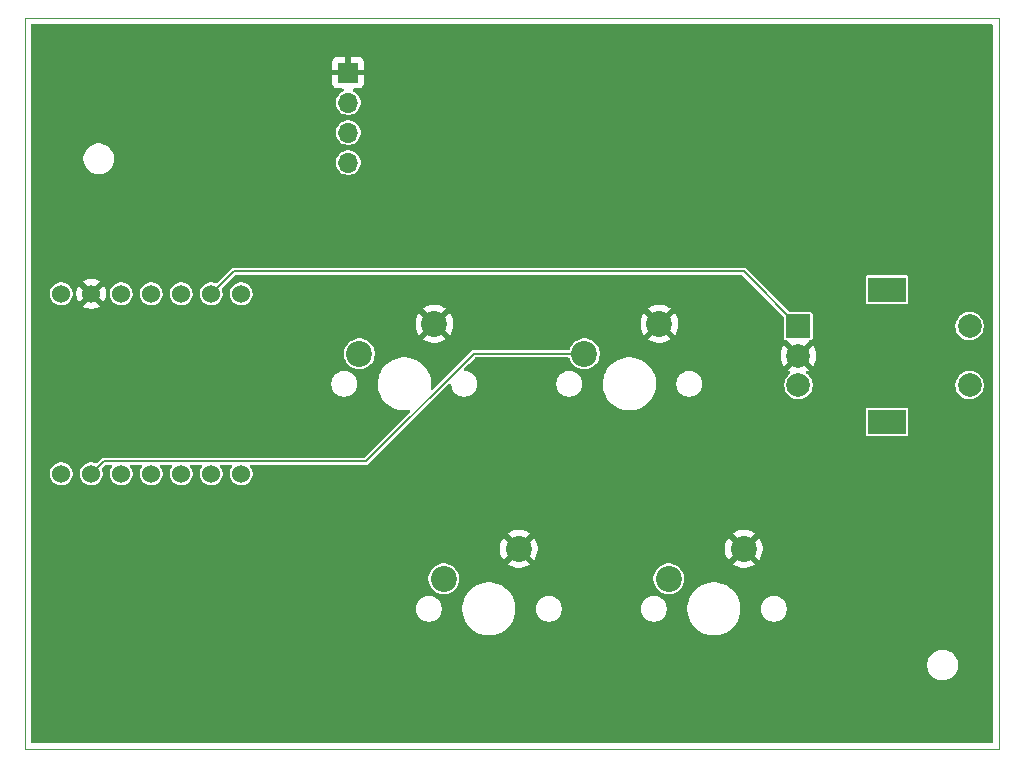
<source format=gbl>
%TF.GenerationSoftware,KiCad,Pcbnew,9.0.6-9.0.6~ubuntu22.04.1*%
%TF.CreationDate,2025-12-08T20:59:35+04:00*%
%TF.ProjectId,HackPad,4861636b-5061-4642-9e6b-696361645f70,rev?*%
%TF.SameCoordinates,Original*%
%TF.FileFunction,Copper,L2,Bot*%
%TF.FilePolarity,Positive*%
%FSLAX46Y46*%
G04 Gerber Fmt 4.6, Leading zero omitted, Abs format (unit mm)*
G04 Created by KiCad (PCBNEW 9.0.6-9.0.6~ubuntu22.04.1) date 2025-12-08 20:59:35*
%MOMM*%
%LPD*%
G01*
G04 APERTURE LIST*
%TA.AperFunction,ComponentPad*%
%ADD10C,2.200000*%
%TD*%
%TA.AperFunction,ComponentPad*%
%ADD11R,1.700000X1.700000*%
%TD*%
%TA.AperFunction,ComponentPad*%
%ADD12O,1.700000X1.700000*%
%TD*%
%TA.AperFunction,ComponentPad*%
%ADD13R,2.000000X2.000000*%
%TD*%
%TA.AperFunction,ComponentPad*%
%ADD14C,2.000000*%
%TD*%
%TA.AperFunction,ComponentPad*%
%ADD15R,3.200000X2.000000*%
%TD*%
%TA.AperFunction,ComponentPad*%
%ADD16C,1.524000*%
%TD*%
%TA.AperFunction,Conductor*%
%ADD17C,0.200000*%
%TD*%
%TA.AperFunction,Profile*%
%ADD18C,0.050000*%
%TD*%
G04 APERTURE END LIST*
D10*
%TO.P,SW1,1,1*%
%TO.N,GND*%
X71278750Y-52070000D03*
%TO.P,SW1,2,2*%
%TO.N,Net-(U1-GPIO26{slash}ADC0{slash}A0)*%
X64928750Y-54610000D03*
%TD*%
%TO.P,SW4,1,1*%
%TO.N,GND*%
X97472500Y-71120000D03*
%TO.P,SW4,2,2*%
%TO.N,Net-(U1-GPIO29{slash}ADC3{slash}A3)*%
X91122500Y-73660000D03*
%TD*%
%TO.P,SW3,1,1*%
%TO.N,GND*%
X78422500Y-71120000D03*
%TO.P,SW3,2,2*%
%TO.N,Net-(U1-GPIO28{slash}ADC2{slash}A2)*%
X72072500Y-73660000D03*
%TD*%
D11*
%TO.P,J1,1,Pin_1*%
%TO.N,GND*%
X63976250Y-30797500D03*
D12*
%TO.P,J1,2,Pin_2*%
%TO.N,Net-(J1-Pin_2)*%
X63976250Y-33337500D03*
%TO.P,J1,3,Pin_3*%
%TO.N,Net-(J1-Pin_3)*%
X63976250Y-35877500D03*
%TO.P,J1,4,Pin_4*%
%TO.N,Net-(J1-Pin_4)*%
X63976250Y-38417500D03*
%TD*%
D10*
%TO.P,SW2,1,1*%
%TO.N,GND*%
X90328750Y-52070000D03*
%TO.P,SW2,2,2*%
%TO.N,Net-(U1-GPIO27{slash}ADC1{slash}A1)*%
X83978750Y-54610000D03*
%TD*%
D13*
%TO.P,SW5,A,A*%
%TO.N,Net-(U1-GPIO2{slash}SCK)*%
X102095000Y-52268750D03*
D14*
%TO.P,SW5,B,B*%
%TO.N,Net-(U1-GPIO4{slash}MISO)*%
X102095000Y-57268750D03*
%TO.P,SW5,C,C*%
%TO.N,GND*%
X102095000Y-54768750D03*
D15*
%TO.P,SW5,MP*%
%TO.N,N/C*%
X109595000Y-49168750D03*
X109595000Y-60368750D03*
D14*
%TO.P,SW5,S1*%
X116595000Y-57268750D03*
%TO.P,SW5,S2*%
X116595000Y-52268750D03*
%TD*%
D16*
%TO.P,U1,1,GPIO26/ADC0/A0*%
%TO.N,Net-(U1-GPIO26{slash}ADC0{slash}A0)*%
X39687500Y-64770000D03*
%TO.P,U1,2,GPIO27/ADC1/A1*%
%TO.N,Net-(U1-GPIO27{slash}ADC1{slash}A1)*%
X42227500Y-64770000D03*
%TO.P,U1,3,GPIO28/ADC2/A2*%
%TO.N,Net-(U1-GPIO28{slash}ADC2{slash}A2)*%
X44767500Y-64770000D03*
%TO.P,U1,4,GPIO29/ADC3/A3*%
%TO.N,Net-(U1-GPIO29{slash}ADC3{slash}A3)*%
X47307500Y-64770000D03*
%TO.P,U1,5,GPIO6/SDA*%
%TO.N,Net-(J1-Pin_4)*%
X49847500Y-64770000D03*
%TO.P,U1,6,GPIO7/SCL*%
%TO.N,Net-(J1-Pin_3)*%
X52387500Y-64770000D03*
%TO.P,U1,7,GPIO0/TX*%
%TO.N,Net-(D1-DIN)*%
X54927500Y-64770000D03*
%TO.P,U1,8,GPIO1/RX*%
%TO.N,unconnected-(U1-GPIO1{slash}RX-Pad8)*%
X54927500Y-49530000D03*
%TO.P,U1,9,GPIO2/SCK*%
%TO.N,Net-(U1-GPIO2{slash}SCK)*%
X52387500Y-49530000D03*
%TO.P,U1,10,GPIO4/MISO*%
%TO.N,Net-(U1-GPIO4{slash}MISO)*%
X49847500Y-49530000D03*
%TO.P,U1,11,GPIO3/MOSI*%
%TO.N,unconnected-(U1-GPIO3{slash}MOSI-Pad11)*%
X47307500Y-49530000D03*
%TO.P,U1,12,3V3*%
%TO.N,Net-(J1-Pin_2)*%
X44767500Y-49530000D03*
%TO.P,U1,13,GND*%
%TO.N,GND*%
X42227500Y-49530000D03*
%TO.P,U1,14,VBUS*%
%TO.N,+5V*%
X39687500Y-49530000D03*
%TD*%
D17*
%TO.N,Net-(U1-GPIO27{slash}ADC1{slash}A1)*%
X83978750Y-54610000D02*
X74603566Y-54610000D01*
X43290500Y-63707000D02*
X42227500Y-64770000D01*
X65506566Y-63707000D02*
X43290500Y-63707000D01*
X74603566Y-54610000D02*
X65506566Y-63707000D01*
%TO.N,Net-(U1-GPIO2{slash}SCK)*%
X97451250Y-47625000D02*
X54292500Y-47625000D01*
X54292500Y-47625000D02*
X52387500Y-49530000D01*
X102095000Y-52268750D02*
X97451250Y-47625000D01*
%TD*%
%TA.AperFunction,Conductor*%
%TO.N,GND*%
G36*
X118505039Y-26713935D02*
G01*
X118550794Y-26766739D01*
X118562000Y-26818250D01*
X118562000Y-87481750D01*
X118542315Y-87548789D01*
X118489511Y-87594544D01*
X118438000Y-87605750D01*
X37212432Y-87605750D01*
X37145393Y-87586065D01*
X37099638Y-87533261D01*
X37088432Y-87481750D01*
X37088432Y-80860148D01*
X112999500Y-80860148D01*
X112999500Y-81064851D01*
X113031522Y-81267034D01*
X113094781Y-81461723D01*
X113187715Y-81644113D01*
X113308028Y-81809713D01*
X113452786Y-81954471D01*
X113607749Y-82067056D01*
X113618390Y-82074787D01*
X113734607Y-82134003D01*
X113800776Y-82167718D01*
X113800778Y-82167718D01*
X113800781Y-82167720D01*
X113905137Y-82201627D01*
X113995465Y-82230977D01*
X114096557Y-82246988D01*
X114197648Y-82263000D01*
X114197649Y-82263000D01*
X114402351Y-82263000D01*
X114402352Y-82263000D01*
X114604534Y-82230977D01*
X114799219Y-82167720D01*
X114981610Y-82074787D01*
X115074590Y-82007232D01*
X115147213Y-81954471D01*
X115147215Y-81954468D01*
X115147219Y-81954466D01*
X115291966Y-81809719D01*
X115291968Y-81809715D01*
X115291971Y-81809713D01*
X115344732Y-81737090D01*
X115412287Y-81644110D01*
X115505220Y-81461719D01*
X115568477Y-81267034D01*
X115600500Y-81064852D01*
X115600500Y-80860148D01*
X115568477Y-80657966D01*
X115505220Y-80463281D01*
X115505218Y-80463278D01*
X115505218Y-80463276D01*
X115471503Y-80397107D01*
X115412287Y-80280890D01*
X115404556Y-80270249D01*
X115291971Y-80115286D01*
X115147213Y-79970528D01*
X114981613Y-79850215D01*
X114981612Y-79850214D01*
X114981610Y-79850213D01*
X114924653Y-79821191D01*
X114799223Y-79757281D01*
X114604534Y-79694022D01*
X114429995Y-79666378D01*
X114402352Y-79662000D01*
X114197648Y-79662000D01*
X114173329Y-79665851D01*
X113995465Y-79694022D01*
X113800776Y-79757281D01*
X113618386Y-79850215D01*
X113452786Y-79970528D01*
X113308028Y-80115286D01*
X113187715Y-80280886D01*
X113094781Y-80463276D01*
X113031522Y-80657965D01*
X112999500Y-80860148D01*
X37088432Y-80860148D01*
X37088432Y-76113389D01*
X69702000Y-76113389D01*
X69702000Y-76286611D01*
X69729098Y-76457701D01*
X69782627Y-76622445D01*
X69861268Y-76776788D01*
X69963086Y-76916928D01*
X70085572Y-77039414D01*
X70225712Y-77141232D01*
X70380055Y-77219873D01*
X70544799Y-77273402D01*
X70715889Y-77300500D01*
X70715890Y-77300500D01*
X70889110Y-77300500D01*
X70889111Y-77300500D01*
X71060201Y-77273402D01*
X71224945Y-77219873D01*
X71379288Y-77141232D01*
X71519428Y-77039414D01*
X71641914Y-76916928D01*
X71743732Y-76776788D01*
X71822373Y-76622445D01*
X71875902Y-76457701D01*
X71903000Y-76286611D01*
X71903000Y-76113389D01*
X71893354Y-76052486D01*
X73632000Y-76052486D01*
X73632000Y-76347513D01*
X73664071Y-76591113D01*
X73670507Y-76639993D01*
X73744712Y-76916930D01*
X73746861Y-76924951D01*
X73746864Y-76924961D01*
X73859754Y-77197500D01*
X73859758Y-77197510D01*
X74007261Y-77452993D01*
X74186852Y-77687040D01*
X74186858Y-77687047D01*
X74395452Y-77895641D01*
X74395459Y-77895647D01*
X74629506Y-78075238D01*
X74884989Y-78222741D01*
X74884990Y-78222741D01*
X74884993Y-78222743D01*
X75157548Y-78335639D01*
X75442507Y-78411993D01*
X75734994Y-78450500D01*
X75735001Y-78450500D01*
X76029999Y-78450500D01*
X76030006Y-78450500D01*
X76322493Y-78411993D01*
X76607452Y-78335639D01*
X76880007Y-78222743D01*
X77135494Y-78075238D01*
X77369542Y-77895646D01*
X77578146Y-77687042D01*
X77757738Y-77452994D01*
X77905243Y-77197507D01*
X78018139Y-76924952D01*
X78094493Y-76639993D01*
X78133000Y-76347506D01*
X78133000Y-76113389D01*
X79862000Y-76113389D01*
X79862000Y-76286611D01*
X79889098Y-76457701D01*
X79942627Y-76622445D01*
X80021268Y-76776788D01*
X80123086Y-76916928D01*
X80245572Y-77039414D01*
X80385712Y-77141232D01*
X80540055Y-77219873D01*
X80704799Y-77273402D01*
X80875889Y-77300500D01*
X80875890Y-77300500D01*
X81049110Y-77300500D01*
X81049111Y-77300500D01*
X81220201Y-77273402D01*
X81384945Y-77219873D01*
X81539288Y-77141232D01*
X81679428Y-77039414D01*
X81801914Y-76916928D01*
X81903732Y-76776788D01*
X81982373Y-76622445D01*
X82035902Y-76457701D01*
X82063000Y-76286611D01*
X82063000Y-76113389D01*
X88752000Y-76113389D01*
X88752000Y-76286611D01*
X88779098Y-76457701D01*
X88832627Y-76622445D01*
X88911268Y-76776788D01*
X89013086Y-76916928D01*
X89135572Y-77039414D01*
X89275712Y-77141232D01*
X89430055Y-77219873D01*
X89594799Y-77273402D01*
X89765889Y-77300500D01*
X89765890Y-77300500D01*
X89939110Y-77300500D01*
X89939111Y-77300500D01*
X90110201Y-77273402D01*
X90274945Y-77219873D01*
X90429288Y-77141232D01*
X90569428Y-77039414D01*
X90691914Y-76916928D01*
X90793732Y-76776788D01*
X90872373Y-76622445D01*
X90925902Y-76457701D01*
X90953000Y-76286611D01*
X90953000Y-76113389D01*
X90943354Y-76052486D01*
X92682000Y-76052486D01*
X92682000Y-76347513D01*
X92714071Y-76591113D01*
X92720507Y-76639993D01*
X92794712Y-76916930D01*
X92796861Y-76924951D01*
X92796864Y-76924961D01*
X92909754Y-77197500D01*
X92909758Y-77197510D01*
X93057261Y-77452993D01*
X93236852Y-77687040D01*
X93236858Y-77687047D01*
X93445452Y-77895641D01*
X93445459Y-77895647D01*
X93679506Y-78075238D01*
X93934989Y-78222741D01*
X93934990Y-78222741D01*
X93934993Y-78222743D01*
X94207548Y-78335639D01*
X94492507Y-78411993D01*
X94784994Y-78450500D01*
X94785001Y-78450500D01*
X95079999Y-78450500D01*
X95080006Y-78450500D01*
X95372493Y-78411993D01*
X95657452Y-78335639D01*
X95930007Y-78222743D01*
X96185494Y-78075238D01*
X96419542Y-77895646D01*
X96628146Y-77687042D01*
X96807738Y-77452994D01*
X96955243Y-77197507D01*
X97068139Y-76924952D01*
X97144493Y-76639993D01*
X97183000Y-76347506D01*
X97183000Y-76113389D01*
X98912000Y-76113389D01*
X98912000Y-76286611D01*
X98939098Y-76457701D01*
X98992627Y-76622445D01*
X99071268Y-76776788D01*
X99173086Y-76916928D01*
X99295572Y-77039414D01*
X99435712Y-77141232D01*
X99590055Y-77219873D01*
X99754799Y-77273402D01*
X99925889Y-77300500D01*
X99925890Y-77300500D01*
X100099110Y-77300500D01*
X100099111Y-77300500D01*
X100270201Y-77273402D01*
X100434945Y-77219873D01*
X100589288Y-77141232D01*
X100729428Y-77039414D01*
X100851914Y-76916928D01*
X100953732Y-76776788D01*
X101032373Y-76622445D01*
X101085902Y-76457701D01*
X101113000Y-76286611D01*
X101113000Y-76113389D01*
X101085902Y-75942299D01*
X101032373Y-75777555D01*
X100953732Y-75623212D01*
X100851914Y-75483072D01*
X100729428Y-75360586D01*
X100589288Y-75258768D01*
X100434945Y-75180127D01*
X100270201Y-75126598D01*
X100270199Y-75126597D01*
X100270198Y-75126597D01*
X100138771Y-75105781D01*
X100099111Y-75099500D01*
X99925889Y-75099500D01*
X99886228Y-75105781D01*
X99754802Y-75126597D01*
X99590052Y-75180128D01*
X99435711Y-75258768D01*
X99355756Y-75316859D01*
X99295572Y-75360586D01*
X99295570Y-75360588D01*
X99295569Y-75360588D01*
X99173088Y-75483069D01*
X99173088Y-75483070D01*
X99173086Y-75483072D01*
X99129359Y-75543256D01*
X99071268Y-75623211D01*
X98992628Y-75777552D01*
X98939097Y-75942302D01*
X98912000Y-76113389D01*
X97183000Y-76113389D01*
X97183000Y-76052494D01*
X97144493Y-75760007D01*
X97068139Y-75475048D01*
X96955243Y-75202493D01*
X96807738Y-74947006D01*
X96628146Y-74712958D01*
X96628141Y-74712952D01*
X96419547Y-74504358D01*
X96419540Y-74504352D01*
X96185493Y-74324761D01*
X95930010Y-74177258D01*
X95930000Y-74177254D01*
X95657461Y-74064364D01*
X95657454Y-74064362D01*
X95657452Y-74064361D01*
X95372493Y-73988007D01*
X95323613Y-73981571D01*
X95080013Y-73949500D01*
X95080006Y-73949500D01*
X94784994Y-73949500D01*
X94784986Y-73949500D01*
X94506585Y-73986153D01*
X94492507Y-73988007D01*
X94207548Y-74064361D01*
X94207538Y-74064364D01*
X93934999Y-74177254D01*
X93934989Y-74177258D01*
X93679506Y-74324761D01*
X93445459Y-74504352D01*
X93445452Y-74504358D01*
X93236858Y-74712952D01*
X93236852Y-74712959D01*
X93057261Y-74947006D01*
X92909758Y-75202489D01*
X92909754Y-75202499D01*
X92796864Y-75475038D01*
X92796861Y-75475048D01*
X92720508Y-75760004D01*
X92720506Y-75760015D01*
X92682000Y-76052486D01*
X90943354Y-76052486D01*
X90925902Y-75942299D01*
X90872373Y-75777555D01*
X90793732Y-75623212D01*
X90691914Y-75483072D01*
X90569428Y-75360586D01*
X90429288Y-75258768D01*
X90274945Y-75180127D01*
X90110201Y-75126598D01*
X90110199Y-75126597D01*
X90110198Y-75126597D01*
X89978771Y-75105781D01*
X89939111Y-75099500D01*
X89765889Y-75099500D01*
X89726228Y-75105781D01*
X89594802Y-75126597D01*
X89430052Y-75180128D01*
X89275711Y-75258768D01*
X89195756Y-75316859D01*
X89135572Y-75360586D01*
X89135570Y-75360588D01*
X89135569Y-75360588D01*
X89013088Y-75483069D01*
X89013088Y-75483070D01*
X89013086Y-75483072D01*
X88969359Y-75543256D01*
X88911268Y-75623211D01*
X88832628Y-75777552D01*
X88779097Y-75942302D01*
X88752000Y-76113389D01*
X82063000Y-76113389D01*
X82035902Y-75942299D01*
X81982373Y-75777555D01*
X81903732Y-75623212D01*
X81801914Y-75483072D01*
X81679428Y-75360586D01*
X81539288Y-75258768D01*
X81384945Y-75180127D01*
X81220201Y-75126598D01*
X81220199Y-75126597D01*
X81220198Y-75126597D01*
X81088771Y-75105781D01*
X81049111Y-75099500D01*
X80875889Y-75099500D01*
X80836228Y-75105781D01*
X80704802Y-75126597D01*
X80540052Y-75180128D01*
X80385711Y-75258768D01*
X80305756Y-75316859D01*
X80245572Y-75360586D01*
X80245570Y-75360588D01*
X80245569Y-75360588D01*
X80123088Y-75483069D01*
X80123088Y-75483070D01*
X80123086Y-75483072D01*
X80079359Y-75543256D01*
X80021268Y-75623211D01*
X79942628Y-75777552D01*
X79889097Y-75942302D01*
X79862000Y-76113389D01*
X78133000Y-76113389D01*
X78133000Y-76052494D01*
X78094493Y-75760007D01*
X78018139Y-75475048D01*
X77905243Y-75202493D01*
X77757738Y-74947006D01*
X77578146Y-74712958D01*
X77578141Y-74712952D01*
X77369547Y-74504358D01*
X77369540Y-74504352D01*
X77135493Y-74324761D01*
X76880010Y-74177258D01*
X76880000Y-74177254D01*
X76607461Y-74064364D01*
X76607454Y-74064362D01*
X76607452Y-74064361D01*
X76322493Y-73988007D01*
X76273613Y-73981571D01*
X76030013Y-73949500D01*
X76030006Y-73949500D01*
X75734994Y-73949500D01*
X75734986Y-73949500D01*
X75456585Y-73986153D01*
X75442507Y-73988007D01*
X75157548Y-74064361D01*
X75157538Y-74064364D01*
X74884999Y-74177254D01*
X74884989Y-74177258D01*
X74629506Y-74324761D01*
X74395459Y-74504352D01*
X74395452Y-74504358D01*
X74186858Y-74712952D01*
X74186852Y-74712959D01*
X74007261Y-74947006D01*
X73859758Y-75202489D01*
X73859754Y-75202499D01*
X73746864Y-75475038D01*
X73746861Y-75475048D01*
X73670508Y-75760004D01*
X73670506Y-75760015D01*
X73632000Y-76052486D01*
X71893354Y-76052486D01*
X71875902Y-75942299D01*
X71822373Y-75777555D01*
X71743732Y-75623212D01*
X71641914Y-75483072D01*
X71519428Y-75360586D01*
X71379288Y-75258768D01*
X71224945Y-75180127D01*
X71060201Y-75126598D01*
X71060199Y-75126597D01*
X71060198Y-75126597D01*
X70928771Y-75105781D01*
X70889111Y-75099500D01*
X70715889Y-75099500D01*
X70676228Y-75105781D01*
X70544802Y-75126597D01*
X70380052Y-75180128D01*
X70225711Y-75258768D01*
X70145756Y-75316859D01*
X70085572Y-75360586D01*
X70085570Y-75360588D01*
X70085569Y-75360588D01*
X69963088Y-75483069D01*
X69963088Y-75483070D01*
X69963086Y-75483072D01*
X69919359Y-75543256D01*
X69861268Y-75623211D01*
X69782628Y-75777552D01*
X69729097Y-75942302D01*
X69702000Y-76113389D01*
X37088432Y-76113389D01*
X37088432Y-73557648D01*
X70772000Y-73557648D01*
X70772000Y-73762351D01*
X70804022Y-73964534D01*
X70867281Y-74159223D01*
X70960215Y-74341613D01*
X71080528Y-74507213D01*
X71225286Y-74651971D01*
X71380249Y-74764556D01*
X71390890Y-74772287D01*
X71507107Y-74831503D01*
X71573276Y-74865218D01*
X71573278Y-74865218D01*
X71573281Y-74865220D01*
X71677637Y-74899127D01*
X71767965Y-74928477D01*
X71869057Y-74944488D01*
X71970148Y-74960500D01*
X71970149Y-74960500D01*
X72174851Y-74960500D01*
X72174852Y-74960500D01*
X72377034Y-74928477D01*
X72571719Y-74865220D01*
X72754110Y-74772287D01*
X72847090Y-74704732D01*
X72919713Y-74651971D01*
X72919715Y-74651968D01*
X72919719Y-74651966D01*
X73064466Y-74507219D01*
X73064468Y-74507215D01*
X73064471Y-74507213D01*
X73117232Y-74434590D01*
X73184787Y-74341610D01*
X73277720Y-74159219D01*
X73340977Y-73964534D01*
X73373000Y-73762352D01*
X73373000Y-73557648D01*
X89822000Y-73557648D01*
X89822000Y-73762351D01*
X89854022Y-73964534D01*
X89917281Y-74159223D01*
X90010215Y-74341613D01*
X90130528Y-74507213D01*
X90275286Y-74651971D01*
X90430249Y-74764556D01*
X90440890Y-74772287D01*
X90557107Y-74831503D01*
X90623276Y-74865218D01*
X90623278Y-74865218D01*
X90623281Y-74865220D01*
X90727637Y-74899127D01*
X90817965Y-74928477D01*
X90919057Y-74944488D01*
X91020148Y-74960500D01*
X91020149Y-74960500D01*
X91224851Y-74960500D01*
X91224852Y-74960500D01*
X91427034Y-74928477D01*
X91621719Y-74865220D01*
X91804110Y-74772287D01*
X91897090Y-74704732D01*
X91969713Y-74651971D01*
X91969715Y-74651968D01*
X91969719Y-74651966D01*
X92114466Y-74507219D01*
X92114468Y-74507215D01*
X92114471Y-74507213D01*
X92167232Y-74434590D01*
X92234787Y-74341610D01*
X92327720Y-74159219D01*
X92390977Y-73964534D01*
X92423000Y-73762352D01*
X92423000Y-73557648D01*
X92390977Y-73355466D01*
X92327720Y-73160781D01*
X92327718Y-73160778D01*
X92327718Y-73160776D01*
X92294003Y-73094607D01*
X92234787Y-72978390D01*
X92227056Y-72967749D01*
X92114471Y-72812786D01*
X91969713Y-72668028D01*
X91804114Y-72547715D01*
X91666262Y-72477476D01*
X91666259Y-72477473D01*
X91621728Y-72454783D01*
X91427034Y-72391522D01*
X91252495Y-72363878D01*
X91224852Y-72359500D01*
X91020148Y-72359500D01*
X90995829Y-72363351D01*
X90817965Y-72391522D01*
X90623276Y-72454781D01*
X90440886Y-72547715D01*
X90275286Y-72668028D01*
X90130528Y-72812786D01*
X90010215Y-72978386D01*
X89917281Y-73160776D01*
X89854022Y-73355465D01*
X89822000Y-73557648D01*
X73373000Y-73557648D01*
X73340977Y-73355466D01*
X73277720Y-73160781D01*
X73277718Y-73160778D01*
X73277718Y-73160776D01*
X73244003Y-73094607D01*
X73184787Y-72978390D01*
X73177056Y-72967749D01*
X73064471Y-72812786D01*
X72919713Y-72668028D01*
X72754114Y-72547715D01*
X72616262Y-72477476D01*
X72616259Y-72477473D01*
X72571728Y-72454783D01*
X72377034Y-72391522D01*
X72202495Y-72363878D01*
X72174852Y-72359500D01*
X71970148Y-72359500D01*
X71945829Y-72363351D01*
X71767965Y-72391522D01*
X71573276Y-72454781D01*
X71390886Y-72547715D01*
X71225286Y-72668028D01*
X71080528Y-72812786D01*
X70960215Y-72978386D01*
X70867281Y-73160776D01*
X70804022Y-73355465D01*
X70772000Y-73557648D01*
X37088432Y-73557648D01*
X37088432Y-70994071D01*
X76822500Y-70994071D01*
X76822500Y-71245928D01*
X76861897Y-71494669D01*
X76939719Y-71734184D01*
X77054057Y-71958583D01*
X77128248Y-72060697D01*
X77128248Y-72060698D01*
X77744921Y-71444024D01*
X77757859Y-71475258D01*
X77839937Y-71598097D01*
X77944403Y-71702563D01*
X78067242Y-71784641D01*
X78098474Y-71797577D01*
X77481800Y-72414250D01*
X77583916Y-72488442D01*
X77808315Y-72602780D01*
X78047830Y-72680602D01*
X78296572Y-72720000D01*
X78548428Y-72720000D01*
X78797169Y-72680602D01*
X79036684Y-72602780D01*
X79261075Y-72488446D01*
X79261081Y-72488442D01*
X79363197Y-72414250D01*
X79363198Y-72414250D01*
X78746525Y-71797578D01*
X78777758Y-71784641D01*
X78900597Y-71702563D01*
X79005063Y-71598097D01*
X79087141Y-71475258D01*
X79100077Y-71444025D01*
X79716750Y-72060698D01*
X79716750Y-72060697D01*
X79790942Y-71958581D01*
X79790946Y-71958575D01*
X79905280Y-71734184D01*
X79983102Y-71494669D01*
X80022500Y-71245928D01*
X80022500Y-70994071D01*
X95872500Y-70994071D01*
X95872500Y-71245928D01*
X95911897Y-71494669D01*
X95989719Y-71734184D01*
X96104057Y-71958583D01*
X96178248Y-72060697D01*
X96178248Y-72060698D01*
X96794921Y-71444024D01*
X96807859Y-71475258D01*
X96889937Y-71598097D01*
X96994403Y-71702563D01*
X97117242Y-71784641D01*
X97148474Y-71797577D01*
X96531800Y-72414250D01*
X96633916Y-72488442D01*
X96858315Y-72602780D01*
X97097830Y-72680602D01*
X97346572Y-72720000D01*
X97598428Y-72720000D01*
X97847169Y-72680602D01*
X98086684Y-72602780D01*
X98311075Y-72488446D01*
X98311081Y-72488442D01*
X98413197Y-72414250D01*
X98413198Y-72414250D01*
X97796525Y-71797578D01*
X97827758Y-71784641D01*
X97950597Y-71702563D01*
X98055063Y-71598097D01*
X98137141Y-71475258D01*
X98150077Y-71444025D01*
X98766750Y-72060698D01*
X98766750Y-72060697D01*
X98840942Y-71958581D01*
X98840946Y-71958575D01*
X98955280Y-71734184D01*
X99033102Y-71494669D01*
X99072500Y-71245928D01*
X99072500Y-70994071D01*
X99033102Y-70745330D01*
X98955280Y-70505815D01*
X98840942Y-70281416D01*
X98766750Y-70179301D01*
X98766750Y-70179300D01*
X98150077Y-70795973D01*
X98137141Y-70764742D01*
X98055063Y-70641903D01*
X97950597Y-70537437D01*
X97827758Y-70455359D01*
X97796524Y-70442421D01*
X98413198Y-69825748D01*
X98311083Y-69751557D01*
X98086684Y-69637219D01*
X97847169Y-69559397D01*
X97598428Y-69520000D01*
X97346572Y-69520000D01*
X97097830Y-69559397D01*
X96858315Y-69637219D01*
X96633913Y-69751559D01*
X96531801Y-69825747D01*
X96531800Y-69825748D01*
X97148474Y-70442421D01*
X97117242Y-70455359D01*
X96994403Y-70537437D01*
X96889937Y-70641903D01*
X96807859Y-70764742D01*
X96794921Y-70795974D01*
X96178248Y-70179300D01*
X96178247Y-70179301D01*
X96104059Y-70281413D01*
X95989719Y-70505815D01*
X95911897Y-70745330D01*
X95872500Y-70994071D01*
X80022500Y-70994071D01*
X79983102Y-70745330D01*
X79905280Y-70505815D01*
X79790942Y-70281416D01*
X79716750Y-70179301D01*
X79716750Y-70179300D01*
X79100077Y-70795973D01*
X79087141Y-70764742D01*
X79005063Y-70641903D01*
X78900597Y-70537437D01*
X78777758Y-70455359D01*
X78746524Y-70442421D01*
X79363198Y-69825748D01*
X79261083Y-69751557D01*
X79036684Y-69637219D01*
X78797169Y-69559397D01*
X78548428Y-69520000D01*
X78296572Y-69520000D01*
X78047830Y-69559397D01*
X77808315Y-69637219D01*
X77583913Y-69751559D01*
X77481801Y-69825747D01*
X77481800Y-69825748D01*
X78098474Y-70442421D01*
X78067242Y-70455359D01*
X77944403Y-70537437D01*
X77839937Y-70641903D01*
X77757859Y-70764742D01*
X77744921Y-70795974D01*
X77128248Y-70179300D01*
X77128247Y-70179301D01*
X77054059Y-70281413D01*
X76939719Y-70505815D01*
X76861897Y-70745330D01*
X76822500Y-70994071D01*
X37088432Y-70994071D01*
X37088432Y-64675197D01*
X38725000Y-64675197D01*
X38725000Y-64864802D01*
X38761986Y-65050743D01*
X38761988Y-65050751D01*
X38834542Y-65225912D01*
X38939877Y-65383558D01*
X39073941Y-65517622D01*
X39178800Y-65587686D01*
X39231585Y-65622956D01*
X39406749Y-65695512D01*
X39592697Y-65732499D01*
X39592701Y-65732500D01*
X39592702Y-65732500D01*
X39782299Y-65732500D01*
X39782300Y-65732499D01*
X39968251Y-65695512D01*
X40143415Y-65622956D01*
X40301058Y-65517622D01*
X40435122Y-65383558D01*
X40540456Y-65225915D01*
X40613012Y-65050751D01*
X40650000Y-64864798D01*
X40650000Y-64675202D01*
X40649999Y-64675197D01*
X41265000Y-64675197D01*
X41265000Y-64864802D01*
X41301986Y-65050743D01*
X41301988Y-65050751D01*
X41374542Y-65225912D01*
X41479877Y-65383558D01*
X41613941Y-65517622D01*
X41718800Y-65587686D01*
X41771585Y-65622956D01*
X41946749Y-65695512D01*
X42132697Y-65732499D01*
X42132701Y-65732500D01*
X42132702Y-65732500D01*
X42322299Y-65732500D01*
X42322300Y-65732499D01*
X42508251Y-65695512D01*
X42683415Y-65622956D01*
X42841058Y-65517622D01*
X42975122Y-65383558D01*
X43080456Y-65225915D01*
X43153012Y-65050751D01*
X43190000Y-64864798D01*
X43190000Y-64675202D01*
X43153012Y-64489249D01*
X43120343Y-64410380D01*
X43112874Y-64340911D01*
X43144149Y-64278431D01*
X43147163Y-64275306D01*
X43378653Y-64043816D01*
X43439975Y-64010334D01*
X43466333Y-64007500D01*
X43887410Y-64007500D01*
X43954449Y-64027185D01*
X44000204Y-64079989D01*
X44010148Y-64149147D01*
X43990512Y-64200391D01*
X43914542Y-64314087D01*
X43841988Y-64489248D01*
X43841986Y-64489256D01*
X43805000Y-64675197D01*
X43805000Y-64864802D01*
X43841986Y-65050743D01*
X43841988Y-65050751D01*
X43914542Y-65225912D01*
X44019877Y-65383558D01*
X44153941Y-65517622D01*
X44258800Y-65587686D01*
X44311585Y-65622956D01*
X44486749Y-65695512D01*
X44672697Y-65732499D01*
X44672701Y-65732500D01*
X44672702Y-65732500D01*
X44862299Y-65732500D01*
X44862300Y-65732499D01*
X45048251Y-65695512D01*
X45223415Y-65622956D01*
X45381058Y-65517622D01*
X45515122Y-65383558D01*
X45620456Y-65225915D01*
X45693012Y-65050751D01*
X45730000Y-64864798D01*
X45730000Y-64675202D01*
X45693012Y-64489249D01*
X45620456Y-64314085D01*
X45544488Y-64200391D01*
X45523610Y-64133713D01*
X45542095Y-64066333D01*
X45594074Y-64019643D01*
X45647590Y-64007500D01*
X46427410Y-64007500D01*
X46494449Y-64027185D01*
X46540204Y-64079989D01*
X46550148Y-64149147D01*
X46530512Y-64200391D01*
X46454542Y-64314087D01*
X46381988Y-64489248D01*
X46381986Y-64489256D01*
X46345000Y-64675197D01*
X46345000Y-64864802D01*
X46381986Y-65050743D01*
X46381988Y-65050751D01*
X46454542Y-65225912D01*
X46559877Y-65383558D01*
X46693941Y-65517622D01*
X46798800Y-65587686D01*
X46851585Y-65622956D01*
X47026749Y-65695512D01*
X47212697Y-65732499D01*
X47212701Y-65732500D01*
X47212702Y-65732500D01*
X47402299Y-65732500D01*
X47402300Y-65732499D01*
X47588251Y-65695512D01*
X47763415Y-65622956D01*
X47921058Y-65517622D01*
X48055122Y-65383558D01*
X48160456Y-65225915D01*
X48233012Y-65050751D01*
X48270000Y-64864798D01*
X48270000Y-64675202D01*
X48233012Y-64489249D01*
X48160456Y-64314085D01*
X48084488Y-64200391D01*
X48063610Y-64133713D01*
X48082095Y-64066333D01*
X48134074Y-64019643D01*
X48187590Y-64007500D01*
X48967410Y-64007500D01*
X49034449Y-64027185D01*
X49080204Y-64079989D01*
X49090148Y-64149147D01*
X49070512Y-64200391D01*
X48994542Y-64314087D01*
X48921988Y-64489248D01*
X48921986Y-64489256D01*
X48885000Y-64675197D01*
X48885000Y-64864802D01*
X48921986Y-65050743D01*
X48921988Y-65050751D01*
X48994542Y-65225912D01*
X49099877Y-65383558D01*
X49233941Y-65517622D01*
X49338800Y-65587686D01*
X49391585Y-65622956D01*
X49566749Y-65695512D01*
X49752697Y-65732499D01*
X49752701Y-65732500D01*
X49752702Y-65732500D01*
X49942299Y-65732500D01*
X49942300Y-65732499D01*
X50128251Y-65695512D01*
X50303415Y-65622956D01*
X50461058Y-65517622D01*
X50595122Y-65383558D01*
X50700456Y-65225915D01*
X50773012Y-65050751D01*
X50810000Y-64864798D01*
X50810000Y-64675202D01*
X50773012Y-64489249D01*
X50700456Y-64314085D01*
X50624488Y-64200391D01*
X50603610Y-64133713D01*
X50622095Y-64066333D01*
X50674074Y-64019643D01*
X50727590Y-64007500D01*
X51507410Y-64007500D01*
X51574449Y-64027185D01*
X51620204Y-64079989D01*
X51630148Y-64149147D01*
X51610512Y-64200391D01*
X51534542Y-64314087D01*
X51461988Y-64489248D01*
X51461986Y-64489256D01*
X51425000Y-64675197D01*
X51425000Y-64864802D01*
X51461986Y-65050743D01*
X51461988Y-65050751D01*
X51534542Y-65225912D01*
X51639877Y-65383558D01*
X51773941Y-65517622D01*
X51878800Y-65587686D01*
X51931585Y-65622956D01*
X52106749Y-65695512D01*
X52292697Y-65732499D01*
X52292701Y-65732500D01*
X52292702Y-65732500D01*
X52482299Y-65732500D01*
X52482300Y-65732499D01*
X52668251Y-65695512D01*
X52843415Y-65622956D01*
X53001058Y-65517622D01*
X53135122Y-65383558D01*
X53240456Y-65225915D01*
X53313012Y-65050751D01*
X53350000Y-64864798D01*
X53350000Y-64675202D01*
X53313012Y-64489249D01*
X53240456Y-64314085D01*
X53164488Y-64200391D01*
X53143610Y-64133713D01*
X53162095Y-64066333D01*
X53214074Y-64019643D01*
X53267590Y-64007500D01*
X54047410Y-64007500D01*
X54114449Y-64027185D01*
X54160204Y-64079989D01*
X54170148Y-64149147D01*
X54150512Y-64200391D01*
X54074542Y-64314087D01*
X54001988Y-64489248D01*
X54001986Y-64489256D01*
X53965000Y-64675197D01*
X53965000Y-64864802D01*
X54001986Y-65050743D01*
X54001988Y-65050751D01*
X54074542Y-65225912D01*
X54179877Y-65383558D01*
X54313941Y-65517622D01*
X54418800Y-65587686D01*
X54471585Y-65622956D01*
X54646749Y-65695512D01*
X54832697Y-65732499D01*
X54832701Y-65732500D01*
X54832702Y-65732500D01*
X55022299Y-65732500D01*
X55022300Y-65732499D01*
X55208251Y-65695512D01*
X55383415Y-65622956D01*
X55541058Y-65517622D01*
X55675122Y-65383558D01*
X55780456Y-65225915D01*
X55853012Y-65050751D01*
X55890000Y-64864798D01*
X55890000Y-64675202D01*
X55853012Y-64489249D01*
X55780456Y-64314085D01*
X55704488Y-64200391D01*
X55683610Y-64133713D01*
X55702095Y-64066333D01*
X55754074Y-64019643D01*
X55807590Y-64007500D01*
X65546126Y-64007500D01*
X65546128Y-64007500D01*
X65622555Y-63987021D01*
X65691077Y-63947460D01*
X65747026Y-63891511D01*
X72506569Y-57131966D01*
X72567892Y-57098482D01*
X72637584Y-57103466D01*
X72693517Y-57145338D01*
X72717934Y-57210802D01*
X72718250Y-57219648D01*
X72718250Y-57236610D01*
X72738304Y-57363231D01*
X72745348Y-57407701D01*
X72798877Y-57572445D01*
X72877518Y-57726788D01*
X72979336Y-57866928D01*
X73101822Y-57989414D01*
X73241962Y-58091232D01*
X73396305Y-58169873D01*
X73561049Y-58223402D01*
X73732139Y-58250500D01*
X73732140Y-58250500D01*
X73905360Y-58250500D01*
X73905361Y-58250500D01*
X74076451Y-58223402D01*
X74241195Y-58169873D01*
X74395538Y-58091232D01*
X74535678Y-57989414D01*
X74658164Y-57866928D01*
X74759982Y-57726788D01*
X74838623Y-57572445D01*
X74892152Y-57407701D01*
X74919250Y-57236611D01*
X74919250Y-57063389D01*
X81608250Y-57063389D01*
X81608250Y-57236610D01*
X81628304Y-57363231D01*
X81635348Y-57407701D01*
X81688877Y-57572445D01*
X81767518Y-57726788D01*
X81869336Y-57866928D01*
X81991822Y-57989414D01*
X82131962Y-58091232D01*
X82286305Y-58169873D01*
X82451049Y-58223402D01*
X82622139Y-58250500D01*
X82622140Y-58250500D01*
X82795360Y-58250500D01*
X82795361Y-58250500D01*
X82966451Y-58223402D01*
X83131195Y-58169873D01*
X83285538Y-58091232D01*
X83425678Y-57989414D01*
X83548164Y-57866928D01*
X83649982Y-57726788D01*
X83728623Y-57572445D01*
X83782152Y-57407701D01*
X83809250Y-57236611D01*
X83809250Y-57063389D01*
X83799604Y-57002486D01*
X85538250Y-57002486D01*
X85538250Y-57297513D01*
X85566655Y-57513262D01*
X85576757Y-57589993D01*
X85650962Y-57866930D01*
X85653111Y-57874951D01*
X85653114Y-57874961D01*
X85766004Y-58147500D01*
X85766008Y-58147510D01*
X85913511Y-58402993D01*
X86093102Y-58637040D01*
X86093108Y-58637047D01*
X86301702Y-58845641D01*
X86301709Y-58845647D01*
X86535756Y-59025238D01*
X86791239Y-59172741D01*
X86791240Y-59172741D01*
X86791243Y-59172743D01*
X87063798Y-59285639D01*
X87348757Y-59361993D01*
X87641244Y-59400500D01*
X87641251Y-59400500D01*
X87936249Y-59400500D01*
X87936256Y-59400500D01*
X88228743Y-59361993D01*
X88277245Y-59348997D01*
X107794500Y-59348997D01*
X107794500Y-61388502D01*
X107806131Y-61446979D01*
X107806132Y-61446980D01*
X107850447Y-61513302D01*
X107916769Y-61557617D01*
X107916770Y-61557618D01*
X107975247Y-61569249D01*
X107975250Y-61569250D01*
X107975252Y-61569250D01*
X111214750Y-61569250D01*
X111214751Y-61569249D01*
X111229568Y-61566302D01*
X111273229Y-61557618D01*
X111273229Y-61557617D01*
X111273231Y-61557617D01*
X111339552Y-61513302D01*
X111383867Y-61446981D01*
X111383867Y-61446979D01*
X111383868Y-61446979D01*
X111395499Y-61388502D01*
X111395500Y-61388500D01*
X111395500Y-59348999D01*
X111395499Y-59348997D01*
X111383868Y-59290520D01*
X111383867Y-59290519D01*
X111339552Y-59224197D01*
X111273230Y-59179882D01*
X111273229Y-59179881D01*
X111214752Y-59168250D01*
X111214748Y-59168250D01*
X107975252Y-59168250D01*
X107975247Y-59168250D01*
X107916770Y-59179881D01*
X107916769Y-59179882D01*
X107850447Y-59224197D01*
X107806132Y-59290519D01*
X107806131Y-59290520D01*
X107794500Y-59348997D01*
X88277245Y-59348997D01*
X88513702Y-59285639D01*
X88580713Y-59257882D01*
X88652013Y-59228349D01*
X88685874Y-59214322D01*
X88786257Y-59172743D01*
X89041744Y-59025238D01*
X89275792Y-58845646D01*
X89484396Y-58637042D01*
X89663988Y-58402994D01*
X89811493Y-58147507D01*
X89924389Y-57874952D01*
X90000743Y-57589993D01*
X90039250Y-57297506D01*
X90039250Y-57063389D01*
X91768250Y-57063389D01*
X91768250Y-57236610D01*
X91788304Y-57363231D01*
X91795348Y-57407701D01*
X91848877Y-57572445D01*
X91927518Y-57726788D01*
X92029336Y-57866928D01*
X92151822Y-57989414D01*
X92291962Y-58091232D01*
X92446305Y-58169873D01*
X92611049Y-58223402D01*
X92782139Y-58250500D01*
X92782140Y-58250500D01*
X92955360Y-58250500D01*
X92955361Y-58250500D01*
X93126451Y-58223402D01*
X93291195Y-58169873D01*
X93445538Y-58091232D01*
X93585678Y-57989414D01*
X93708164Y-57866928D01*
X93809982Y-57726788D01*
X93888623Y-57572445D01*
X93942152Y-57407701D01*
X93969250Y-57236611D01*
X93969250Y-57063389D01*
X93942152Y-56892299D01*
X93888623Y-56727555D01*
X93809982Y-56573212D01*
X93708164Y-56433072D01*
X93585678Y-56310586D01*
X93445538Y-56208768D01*
X93342374Y-56156204D01*
X93291197Y-56130128D01*
X93291196Y-56130127D01*
X93291195Y-56130127D01*
X93126451Y-56076598D01*
X93126449Y-56076597D01*
X93126448Y-56076597D01*
X92995021Y-56055781D01*
X92955361Y-56049500D01*
X92782139Y-56049500D01*
X92742478Y-56055781D01*
X92611052Y-56076597D01*
X92446302Y-56130128D01*
X92291961Y-56208768D01*
X92247959Y-56240738D01*
X92151822Y-56310586D01*
X92151820Y-56310588D01*
X92151819Y-56310588D01*
X92029338Y-56433069D01*
X92029338Y-56433070D01*
X92029336Y-56433072D01*
X91990392Y-56486674D01*
X91927518Y-56573211D01*
X91848878Y-56727552D01*
X91795347Y-56892302D01*
X91768250Y-57063389D01*
X90039250Y-57063389D01*
X90039250Y-57002494D01*
X90000743Y-56710007D01*
X89924389Y-56425048D01*
X89811493Y-56152493D01*
X89800377Y-56133240D01*
X89663988Y-55897006D01*
X89484397Y-55662959D01*
X89484391Y-55662952D01*
X89275797Y-55454358D01*
X89275790Y-55454352D01*
X89041743Y-55274761D01*
X88786260Y-55127258D01*
X88786250Y-55127254D01*
X88513711Y-55014364D01*
X88513704Y-55014362D01*
X88513702Y-55014361D01*
X88228743Y-54938007D01*
X88169330Y-54930185D01*
X87936263Y-54899500D01*
X87936256Y-54899500D01*
X87641244Y-54899500D01*
X87641236Y-54899500D01*
X87362835Y-54936153D01*
X87348757Y-54938007D01*
X87063798Y-55014361D01*
X87063788Y-55014364D01*
X86791249Y-55127254D01*
X86791239Y-55127258D01*
X86535756Y-55274761D01*
X86301709Y-55454352D01*
X86301702Y-55454358D01*
X86093108Y-55662952D01*
X86093102Y-55662959D01*
X85913511Y-55897006D01*
X85766008Y-56152489D01*
X85766004Y-56152499D01*
X85653114Y-56425038D01*
X85653111Y-56425048D01*
X85595636Y-56639551D01*
X85576758Y-56710004D01*
X85576756Y-56710015D01*
X85538250Y-57002486D01*
X83799604Y-57002486D01*
X83782152Y-56892299D01*
X83728623Y-56727555D01*
X83649982Y-56573212D01*
X83548164Y-56433072D01*
X83425678Y-56310586D01*
X83285538Y-56208768D01*
X83182374Y-56156204D01*
X83131197Y-56130128D01*
X83131196Y-56130127D01*
X83131195Y-56130127D01*
X82966451Y-56076598D01*
X82966449Y-56076597D01*
X82966448Y-56076597D01*
X82835021Y-56055781D01*
X82795361Y-56049500D01*
X82622139Y-56049500D01*
X82582478Y-56055781D01*
X82451052Y-56076597D01*
X82286302Y-56130128D01*
X82131961Y-56208768D01*
X82087959Y-56240738D01*
X81991822Y-56310586D01*
X81991820Y-56310588D01*
X81991819Y-56310588D01*
X81869338Y-56433069D01*
X81869338Y-56433070D01*
X81869336Y-56433072D01*
X81830392Y-56486674D01*
X81767518Y-56573211D01*
X81688878Y-56727552D01*
X81635347Y-56892302D01*
X81608250Y-57063389D01*
X74919250Y-57063389D01*
X74892152Y-56892299D01*
X74838623Y-56727555D01*
X74759982Y-56573212D01*
X74658164Y-56433072D01*
X74535678Y-56310586D01*
X74395538Y-56208768D01*
X74292374Y-56156204D01*
X74241197Y-56130128D01*
X74241196Y-56130127D01*
X74241195Y-56130127D01*
X74076451Y-56076598D01*
X74076449Y-56076597D01*
X74076448Y-56076597D01*
X73945021Y-56055781D01*
X73905361Y-56049500D01*
X73888398Y-56049500D01*
X73821359Y-56029815D01*
X73775604Y-55977011D01*
X73765660Y-55907853D01*
X73794685Y-55844297D01*
X73800717Y-55837819D01*
X74181318Y-55457219D01*
X74691718Y-54946819D01*
X74753041Y-54913334D01*
X74779399Y-54910500D01*
X82618871Y-54910500D01*
X82685910Y-54930185D01*
X82731665Y-54982989D01*
X82736802Y-54996182D01*
X82773530Y-55109219D01*
X82854815Y-55268750D01*
X82866465Y-55291613D01*
X82986778Y-55457213D01*
X83131536Y-55601971D01*
X83286499Y-55714556D01*
X83297140Y-55722287D01*
X83413357Y-55781503D01*
X83479526Y-55815218D01*
X83479528Y-55815218D01*
X83479531Y-55815220D01*
X83549084Y-55837819D01*
X83674215Y-55878477D01*
X83775307Y-55894488D01*
X83876398Y-55910500D01*
X83876399Y-55910500D01*
X84081101Y-55910500D01*
X84081102Y-55910500D01*
X84283284Y-55878477D01*
X84477969Y-55815220D01*
X84660360Y-55722287D01*
X84776573Y-55637854D01*
X84825963Y-55601971D01*
X84825965Y-55601968D01*
X84825969Y-55601966D01*
X84970716Y-55457219D01*
X84970718Y-55457215D01*
X84970721Y-55457213D01*
X85023482Y-55384590D01*
X85091037Y-55291610D01*
X85183970Y-55109219D01*
X85247227Y-54914534D01*
X85279250Y-54712352D01*
X85279250Y-54507648D01*
X85257376Y-54369542D01*
X85247227Y-54305465D01*
X85183968Y-54110776D01*
X85118647Y-53982578D01*
X85091037Y-53928390D01*
X85070151Y-53899643D01*
X84970721Y-53762786D01*
X84825963Y-53618028D01*
X84660364Y-53497715D01*
X84581667Y-53457617D01*
X84522511Y-53427475D01*
X84522509Y-53427473D01*
X84477978Y-53404783D01*
X84283284Y-53341522D01*
X84108745Y-53313878D01*
X84081102Y-53309500D01*
X83876398Y-53309500D01*
X83852079Y-53313351D01*
X83674215Y-53341522D01*
X83479526Y-53404781D01*
X83297136Y-53497715D01*
X83131536Y-53618028D01*
X82986778Y-53762786D01*
X82866465Y-53928386D01*
X82773531Y-54110778D01*
X82736802Y-54223818D01*
X82697364Y-54281494D01*
X82633006Y-54308692D01*
X82618871Y-54309500D01*
X74564004Y-54309500D01*
X74487576Y-54329978D01*
X74419055Y-54369540D01*
X74419052Y-54369542D01*
X71171464Y-57617129D01*
X71110141Y-57650614D01*
X71040449Y-57645630D01*
X70984516Y-57603758D01*
X70960099Y-57538294D01*
X70960843Y-57513271D01*
X70989250Y-57297506D01*
X70989250Y-57002494D01*
X70950743Y-56710007D01*
X70874389Y-56425048D01*
X70761493Y-56152493D01*
X70750377Y-56133240D01*
X70613988Y-55897006D01*
X70434397Y-55662959D01*
X70434391Y-55662952D01*
X70225797Y-55454358D01*
X70225790Y-55454352D01*
X69991743Y-55274761D01*
X69736260Y-55127258D01*
X69736250Y-55127254D01*
X69463711Y-55014364D01*
X69463704Y-55014362D01*
X69463702Y-55014361D01*
X69178743Y-54938007D01*
X69119330Y-54930185D01*
X68886263Y-54899500D01*
X68886256Y-54899500D01*
X68591244Y-54899500D01*
X68591236Y-54899500D01*
X68312835Y-54936153D01*
X68298757Y-54938007D01*
X68013798Y-55014361D01*
X68013788Y-55014364D01*
X67741249Y-55127254D01*
X67741239Y-55127258D01*
X67485756Y-55274761D01*
X67251709Y-55454352D01*
X67251702Y-55454358D01*
X67043108Y-55662952D01*
X67043102Y-55662959D01*
X66863511Y-55897006D01*
X66716008Y-56152489D01*
X66716004Y-56152499D01*
X66603114Y-56425038D01*
X66603111Y-56425048D01*
X66545636Y-56639551D01*
X66526758Y-56710004D01*
X66526756Y-56710015D01*
X66488250Y-57002486D01*
X66488250Y-57297513D01*
X66516655Y-57513262D01*
X66526757Y-57589993D01*
X66600962Y-57866930D01*
X66603111Y-57874951D01*
X66603114Y-57874961D01*
X66716004Y-58147500D01*
X66716008Y-58147510D01*
X66863511Y-58402993D01*
X67043102Y-58637040D01*
X67043108Y-58637047D01*
X67251702Y-58845641D01*
X67251709Y-58845647D01*
X67485756Y-59025238D01*
X67741239Y-59172741D01*
X67741240Y-59172741D01*
X67741243Y-59172743D01*
X68013798Y-59285639D01*
X68298757Y-59361993D01*
X68591244Y-59400500D01*
X68591251Y-59400500D01*
X68886249Y-59400500D01*
X68886256Y-59400500D01*
X69102015Y-59372094D01*
X69171047Y-59382859D01*
X69223303Y-59429239D01*
X69242189Y-59496508D01*
X69221709Y-59563308D01*
X69205879Y-59582714D01*
X65418414Y-63370181D01*
X65357091Y-63403666D01*
X65330733Y-63406500D01*
X43250938Y-63406500D01*
X43212724Y-63416739D01*
X43174509Y-63426979D01*
X43174504Y-63426982D01*
X43105995Y-63466535D01*
X43105987Y-63466541D01*
X42722252Y-63850276D01*
X42660929Y-63883761D01*
X42591237Y-63878777D01*
X42587118Y-63877156D01*
X42508251Y-63844488D01*
X42508243Y-63844486D01*
X42322302Y-63807500D01*
X42322298Y-63807500D01*
X42132702Y-63807500D01*
X42132697Y-63807500D01*
X41946756Y-63844486D01*
X41946748Y-63844488D01*
X41771587Y-63917042D01*
X41613941Y-64022377D01*
X41479877Y-64156441D01*
X41374542Y-64314087D01*
X41301988Y-64489248D01*
X41301986Y-64489256D01*
X41265000Y-64675197D01*
X40649999Y-64675197D01*
X40613012Y-64489249D01*
X40540456Y-64314085D01*
X40464488Y-64200391D01*
X40435122Y-64156441D01*
X40301058Y-64022377D01*
X40143412Y-63917042D01*
X39968251Y-63844488D01*
X39968243Y-63844486D01*
X39782302Y-63807500D01*
X39782298Y-63807500D01*
X39592702Y-63807500D01*
X39592697Y-63807500D01*
X39406756Y-63844486D01*
X39406748Y-63844488D01*
X39231587Y-63917042D01*
X39073941Y-64022377D01*
X38939877Y-64156441D01*
X38834542Y-64314087D01*
X38761988Y-64489248D01*
X38761986Y-64489256D01*
X38725000Y-64675197D01*
X37088432Y-64675197D01*
X37088432Y-57063389D01*
X62558250Y-57063389D01*
X62558250Y-57236610D01*
X62578304Y-57363231D01*
X62585348Y-57407701D01*
X62638877Y-57572445D01*
X62717518Y-57726788D01*
X62819336Y-57866928D01*
X62941822Y-57989414D01*
X63081962Y-58091232D01*
X63236305Y-58169873D01*
X63401049Y-58223402D01*
X63572139Y-58250500D01*
X63572140Y-58250500D01*
X63745360Y-58250500D01*
X63745361Y-58250500D01*
X63916451Y-58223402D01*
X64081195Y-58169873D01*
X64235538Y-58091232D01*
X64375678Y-57989414D01*
X64498164Y-57866928D01*
X64599982Y-57726788D01*
X64678623Y-57572445D01*
X64732152Y-57407701D01*
X64759250Y-57236611D01*
X64759250Y-57063389D01*
X64732152Y-56892299D01*
X64678623Y-56727555D01*
X64599982Y-56573212D01*
X64498164Y-56433072D01*
X64375678Y-56310586D01*
X64235538Y-56208768D01*
X64132374Y-56156204D01*
X64081197Y-56130128D01*
X64081196Y-56130127D01*
X64081195Y-56130127D01*
X63916451Y-56076598D01*
X63916449Y-56076597D01*
X63916448Y-56076597D01*
X63785021Y-56055781D01*
X63745361Y-56049500D01*
X63572139Y-56049500D01*
X63532478Y-56055781D01*
X63401052Y-56076597D01*
X63236302Y-56130128D01*
X63081961Y-56208768D01*
X63037959Y-56240738D01*
X62941822Y-56310586D01*
X62941820Y-56310588D01*
X62941819Y-56310588D01*
X62819338Y-56433069D01*
X62819338Y-56433070D01*
X62819336Y-56433072D01*
X62780392Y-56486674D01*
X62717518Y-56573211D01*
X62638878Y-56727552D01*
X62585347Y-56892302D01*
X62558250Y-57063389D01*
X37088432Y-57063389D01*
X37088432Y-54507648D01*
X63628250Y-54507648D01*
X63628250Y-54712351D01*
X63660272Y-54914534D01*
X63723531Y-55109223D01*
X63753913Y-55168849D01*
X63804815Y-55268750D01*
X63816465Y-55291613D01*
X63936778Y-55457213D01*
X64081536Y-55601971D01*
X64236499Y-55714556D01*
X64247140Y-55722287D01*
X64363357Y-55781503D01*
X64429526Y-55815218D01*
X64429528Y-55815218D01*
X64429531Y-55815220D01*
X64499084Y-55837819D01*
X64624215Y-55878477D01*
X64725307Y-55894488D01*
X64826398Y-55910500D01*
X64826399Y-55910500D01*
X65031101Y-55910500D01*
X65031102Y-55910500D01*
X65233284Y-55878477D01*
X65427969Y-55815220D01*
X65610360Y-55722287D01*
X65726573Y-55637854D01*
X65775963Y-55601971D01*
X65775965Y-55601968D01*
X65775969Y-55601966D01*
X65920716Y-55457219D01*
X65920718Y-55457215D01*
X65920721Y-55457213D01*
X65973482Y-55384590D01*
X66041037Y-55291610D01*
X66133970Y-55109219D01*
X66197227Y-54914534D01*
X66229250Y-54712352D01*
X66229250Y-54507648D01*
X66207376Y-54369542D01*
X66197227Y-54305465D01*
X66133968Y-54110776D01*
X66068647Y-53982578D01*
X66041037Y-53928390D01*
X66020151Y-53899643D01*
X65920721Y-53762786D01*
X65775963Y-53618028D01*
X65610364Y-53497715D01*
X65531667Y-53457617D01*
X65472511Y-53427475D01*
X65472509Y-53427473D01*
X65427978Y-53404783D01*
X65233284Y-53341522D01*
X65058745Y-53313878D01*
X65031102Y-53309500D01*
X64826398Y-53309500D01*
X64802079Y-53313351D01*
X64624215Y-53341522D01*
X64429526Y-53404781D01*
X64247136Y-53497715D01*
X64081536Y-53618028D01*
X63936778Y-53762786D01*
X63816465Y-53928386D01*
X63723531Y-54110776D01*
X63660272Y-54305465D01*
X63628250Y-54507648D01*
X37088432Y-54507648D01*
X37088432Y-51944071D01*
X69678750Y-51944071D01*
X69678750Y-52195928D01*
X69718147Y-52444669D01*
X69795969Y-52684184D01*
X69910307Y-52908583D01*
X69984498Y-53010697D01*
X69984498Y-53010698D01*
X70601171Y-52394024D01*
X70614109Y-52425258D01*
X70696187Y-52548097D01*
X70800653Y-52652563D01*
X70923492Y-52734641D01*
X70954724Y-52747577D01*
X70338050Y-53364250D01*
X70440166Y-53438442D01*
X70664565Y-53552780D01*
X70904080Y-53630602D01*
X71152822Y-53670000D01*
X71404678Y-53670000D01*
X71653419Y-53630602D01*
X71892934Y-53552780D01*
X72117325Y-53438446D01*
X72117331Y-53438442D01*
X72219447Y-53364250D01*
X72219448Y-53364250D01*
X71602775Y-52747578D01*
X71634008Y-52734641D01*
X71756847Y-52652563D01*
X71861313Y-52548097D01*
X71943391Y-52425258D01*
X71956327Y-52394025D01*
X72573000Y-53010698D01*
X72573000Y-53010697D01*
X72647192Y-52908581D01*
X72647196Y-52908575D01*
X72761530Y-52684184D01*
X72839352Y-52444669D01*
X72878750Y-52195928D01*
X72878750Y-51944071D01*
X88728750Y-51944071D01*
X88728750Y-52195928D01*
X88768147Y-52444669D01*
X88845969Y-52684184D01*
X88960307Y-52908583D01*
X89034498Y-53010697D01*
X89034498Y-53010698D01*
X89651171Y-52394024D01*
X89664109Y-52425258D01*
X89746187Y-52548097D01*
X89850653Y-52652563D01*
X89973492Y-52734641D01*
X90004724Y-52747577D01*
X89388050Y-53364250D01*
X89490166Y-53438442D01*
X89714565Y-53552780D01*
X89954080Y-53630602D01*
X90202822Y-53670000D01*
X90454678Y-53670000D01*
X90703419Y-53630602D01*
X90942934Y-53552780D01*
X91167325Y-53438446D01*
X91167331Y-53438442D01*
X91269447Y-53364250D01*
X91269448Y-53364250D01*
X90652775Y-52747578D01*
X90684008Y-52734641D01*
X90806847Y-52652563D01*
X90911313Y-52548097D01*
X90993391Y-52425258D01*
X91006327Y-52394025D01*
X91623000Y-53010698D01*
X91623000Y-53010697D01*
X91697192Y-52908581D01*
X91697196Y-52908575D01*
X91811530Y-52684184D01*
X91889352Y-52444669D01*
X91928750Y-52195928D01*
X91928750Y-51944071D01*
X91889352Y-51695330D01*
X91811530Y-51455815D01*
X91697192Y-51231416D01*
X91623000Y-51129301D01*
X91623000Y-51129300D01*
X91006327Y-51745973D01*
X90993391Y-51714742D01*
X90911313Y-51591903D01*
X90806847Y-51487437D01*
X90684008Y-51405359D01*
X90652774Y-51392421D01*
X91269448Y-50775748D01*
X91167333Y-50701557D01*
X90942934Y-50587219D01*
X90703419Y-50509397D01*
X90454678Y-50470000D01*
X90202822Y-50470000D01*
X89954080Y-50509397D01*
X89714565Y-50587219D01*
X89490163Y-50701559D01*
X89388051Y-50775747D01*
X89388050Y-50775748D01*
X90004724Y-51392421D01*
X89973492Y-51405359D01*
X89850653Y-51487437D01*
X89746187Y-51591903D01*
X89664109Y-51714742D01*
X89651171Y-51745974D01*
X89034498Y-51129300D01*
X89034497Y-51129301D01*
X88960309Y-51231413D01*
X88845969Y-51455815D01*
X88768147Y-51695330D01*
X88728750Y-51944071D01*
X72878750Y-51944071D01*
X72839352Y-51695330D01*
X72761530Y-51455815D01*
X72647192Y-51231416D01*
X72573000Y-51129301D01*
X72573000Y-51129300D01*
X71956327Y-51745973D01*
X71943391Y-51714742D01*
X71861313Y-51591903D01*
X71756847Y-51487437D01*
X71634008Y-51405359D01*
X71602774Y-51392421D01*
X72219448Y-50775748D01*
X72117333Y-50701557D01*
X71892934Y-50587219D01*
X71653419Y-50509397D01*
X71404678Y-50470000D01*
X71152822Y-50470000D01*
X70904080Y-50509397D01*
X70664565Y-50587219D01*
X70440163Y-50701559D01*
X70338051Y-50775747D01*
X70338050Y-50775748D01*
X70954724Y-51392421D01*
X70923492Y-51405359D01*
X70800653Y-51487437D01*
X70696187Y-51591903D01*
X70614109Y-51714742D01*
X70601171Y-51745974D01*
X69984498Y-51129300D01*
X69984497Y-51129301D01*
X69910309Y-51231413D01*
X69795969Y-51455815D01*
X69718147Y-51695330D01*
X69678750Y-51944071D01*
X37088432Y-51944071D01*
X37088432Y-49435197D01*
X38725000Y-49435197D01*
X38725000Y-49624802D01*
X38761986Y-49810743D01*
X38761988Y-49810751D01*
X38834542Y-49985912D01*
X38939877Y-50143558D01*
X39073941Y-50277622D01*
X39178800Y-50347686D01*
X39231585Y-50382956D01*
X39406749Y-50455512D01*
X39592697Y-50492499D01*
X39592701Y-50492500D01*
X39592702Y-50492500D01*
X39782299Y-50492500D01*
X39782300Y-50492499D01*
X39968251Y-50455512D01*
X40143415Y-50382956D01*
X40301058Y-50277622D01*
X40435122Y-50143558D01*
X40540456Y-49985915D01*
X40613012Y-49810751D01*
X40650000Y-49624798D01*
X40650000Y-49435202D01*
X40650000Y-49435201D01*
X40650000Y-49435199D01*
X40649101Y-49430678D01*
X40965500Y-49430678D01*
X40965500Y-49629321D01*
X40996575Y-49825520D01*
X40996575Y-49825523D01*
X41057957Y-50014437D01*
X41148141Y-50191432D01*
X41175230Y-50228715D01*
X41175231Y-50228716D01*
X41789852Y-49614094D01*
X41813292Y-49701571D01*
X41871811Y-49802930D01*
X41954570Y-49885689D01*
X42055929Y-49944208D01*
X42143405Y-49967647D01*
X41528783Y-50582268D01*
X41528783Y-50582269D01*
X41566067Y-50609358D01*
X41743062Y-50699542D01*
X41931977Y-50760924D01*
X42128179Y-50792000D01*
X42326821Y-50792000D01*
X42523020Y-50760924D01*
X42523023Y-50760924D01*
X42694904Y-50705077D01*
X42711937Y-50699542D01*
X42888925Y-50609362D01*
X42926216Y-50582268D01*
X42311595Y-49967647D01*
X42399071Y-49944208D01*
X42500430Y-49885689D01*
X42583189Y-49802930D01*
X42641708Y-49701571D01*
X42665147Y-49614094D01*
X43279768Y-50228715D01*
X43306862Y-50191425D01*
X43397042Y-50014437D01*
X43458424Y-49825523D01*
X43458424Y-49825520D01*
X43489500Y-49629321D01*
X43489500Y-49435197D01*
X43805000Y-49435197D01*
X43805000Y-49624802D01*
X43841986Y-49810743D01*
X43841988Y-49810751D01*
X43914542Y-49985912D01*
X44019877Y-50143558D01*
X44153941Y-50277622D01*
X44258800Y-50347686D01*
X44311585Y-50382956D01*
X44486749Y-50455512D01*
X44672697Y-50492499D01*
X44672701Y-50492500D01*
X44672702Y-50492500D01*
X44862299Y-50492500D01*
X44862300Y-50492499D01*
X45048251Y-50455512D01*
X45223415Y-50382956D01*
X45381058Y-50277622D01*
X45515122Y-50143558D01*
X45620456Y-49985915D01*
X45693012Y-49810751D01*
X45730000Y-49624798D01*
X45730000Y-49435202D01*
X45729999Y-49435199D01*
X45729999Y-49435197D01*
X46345000Y-49435197D01*
X46345000Y-49624802D01*
X46381986Y-49810743D01*
X46381988Y-49810751D01*
X46454542Y-49985912D01*
X46559877Y-50143558D01*
X46693941Y-50277622D01*
X46798800Y-50347686D01*
X46851585Y-50382956D01*
X47026749Y-50455512D01*
X47212697Y-50492499D01*
X47212701Y-50492500D01*
X47212702Y-50492500D01*
X47402299Y-50492500D01*
X47402300Y-50492499D01*
X47588251Y-50455512D01*
X47763415Y-50382956D01*
X47921058Y-50277622D01*
X48055122Y-50143558D01*
X48160456Y-49985915D01*
X48233012Y-49810751D01*
X48270000Y-49624798D01*
X48270000Y-49435202D01*
X48269999Y-49435199D01*
X48269999Y-49435197D01*
X48885000Y-49435197D01*
X48885000Y-49624802D01*
X48921986Y-49810743D01*
X48921988Y-49810751D01*
X48994542Y-49985912D01*
X49099877Y-50143558D01*
X49233941Y-50277622D01*
X49338800Y-50347686D01*
X49391585Y-50382956D01*
X49566749Y-50455512D01*
X49752697Y-50492499D01*
X49752701Y-50492500D01*
X49752702Y-50492500D01*
X49942299Y-50492500D01*
X49942300Y-50492499D01*
X50128251Y-50455512D01*
X50303415Y-50382956D01*
X50461058Y-50277622D01*
X50595122Y-50143558D01*
X50700456Y-49985915D01*
X50773012Y-49810751D01*
X50810000Y-49624798D01*
X50810000Y-49435202D01*
X50809999Y-49435199D01*
X50809999Y-49435197D01*
X51425000Y-49435197D01*
X51425000Y-49624802D01*
X51461986Y-49810743D01*
X51461988Y-49810751D01*
X51534542Y-49985912D01*
X51639877Y-50143558D01*
X51773941Y-50277622D01*
X51878800Y-50347686D01*
X51931585Y-50382956D01*
X52106749Y-50455512D01*
X52292697Y-50492499D01*
X52292701Y-50492500D01*
X52292702Y-50492500D01*
X52482299Y-50492500D01*
X52482300Y-50492499D01*
X52668251Y-50455512D01*
X52843415Y-50382956D01*
X53001058Y-50277622D01*
X53135122Y-50143558D01*
X53240456Y-49985915D01*
X53313012Y-49810751D01*
X53350000Y-49624798D01*
X53350000Y-49435202D01*
X53349999Y-49435199D01*
X53349999Y-49435197D01*
X53965000Y-49435197D01*
X53965000Y-49624802D01*
X54001986Y-49810743D01*
X54001988Y-49810751D01*
X54074542Y-49985912D01*
X54179877Y-50143558D01*
X54313941Y-50277622D01*
X54418800Y-50347686D01*
X54471585Y-50382956D01*
X54646749Y-50455512D01*
X54832697Y-50492499D01*
X54832701Y-50492500D01*
X54832702Y-50492500D01*
X55022299Y-50492500D01*
X55022300Y-50492499D01*
X55208251Y-50455512D01*
X55383415Y-50382956D01*
X55541058Y-50277622D01*
X55675122Y-50143558D01*
X55780456Y-49985915D01*
X55853012Y-49810751D01*
X55890000Y-49624798D01*
X55890000Y-49435202D01*
X55889999Y-49435199D01*
X55889999Y-49435197D01*
X55874729Y-49358429D01*
X55853012Y-49249249D01*
X55780456Y-49074085D01*
X55745186Y-49021300D01*
X55675122Y-48916441D01*
X55541058Y-48782377D01*
X55383412Y-48677042D01*
X55208251Y-48604488D01*
X55208243Y-48604486D01*
X55022302Y-48567500D01*
X55022298Y-48567500D01*
X54832702Y-48567500D01*
X54832697Y-48567500D01*
X54646756Y-48604486D01*
X54646748Y-48604488D01*
X54471587Y-48677042D01*
X54313941Y-48782377D01*
X54179877Y-48916441D01*
X54074542Y-49074087D01*
X54001988Y-49249248D01*
X54001986Y-49249256D01*
X53965000Y-49435197D01*
X53349999Y-49435197D01*
X53334729Y-49358429D01*
X53313012Y-49249249D01*
X53280343Y-49170380D01*
X53272874Y-49100911D01*
X53304149Y-49038431D01*
X53307193Y-49035276D01*
X54380652Y-47961819D01*
X54441975Y-47928334D01*
X54468333Y-47925500D01*
X97275417Y-47925500D01*
X97342456Y-47945185D01*
X97363098Y-47961819D01*
X100858181Y-51456902D01*
X100891666Y-51518225D01*
X100894500Y-51544583D01*
X100894500Y-53288502D01*
X100906131Y-53346979D01*
X100906132Y-53346980D01*
X100950447Y-53413302D01*
X101016769Y-53457617D01*
X101016770Y-53457618D01*
X101075247Y-53469249D01*
X101075250Y-53469250D01*
X101097799Y-53469250D01*
X101164838Y-53488935D01*
X101182185Y-53508954D01*
X101185472Y-53505668D01*
X101965591Y-54285787D01*
X101902007Y-54302825D01*
X101787993Y-54368651D01*
X101694901Y-54461743D01*
X101629075Y-54575757D01*
X101612037Y-54639341D01*
X100872340Y-53899644D01*
X100812084Y-53982580D01*
X100704897Y-54192947D01*
X100631934Y-54417502D01*
X100595000Y-54650697D01*
X100595000Y-54886802D01*
X100631934Y-55119997D01*
X100704897Y-55344552D01*
X100812087Y-55554924D01*
X100872338Y-55637854D01*
X100872340Y-55637855D01*
X101612037Y-54898158D01*
X101629075Y-54961743D01*
X101694901Y-55075757D01*
X101787993Y-55168849D01*
X101902007Y-55234675D01*
X101965590Y-55251712D01*
X101225893Y-55991408D01*
X101308830Y-56051666D01*
X101374775Y-56085266D01*
X101425571Y-56133240D01*
X101442367Y-56201061D01*
X101419830Y-56267196D01*
X101391368Y-56296068D01*
X101312927Y-56353059D01*
X101179312Y-56486674D01*
X101179312Y-56486675D01*
X101179310Y-56486677D01*
X101131610Y-56552329D01*
X101068240Y-56639550D01*
X100982454Y-56807913D01*
X100924059Y-56987631D01*
X100894500Y-57174263D01*
X100894500Y-57363236D01*
X100924059Y-57549868D01*
X100982454Y-57729586D01*
X101052435Y-57866930D01*
X101068240Y-57897949D01*
X101179310Y-58050823D01*
X101312927Y-58184440D01*
X101465801Y-58295510D01*
X101545347Y-58336040D01*
X101634163Y-58381295D01*
X101634165Y-58381295D01*
X101634168Y-58381297D01*
X101700941Y-58402993D01*
X101813881Y-58439690D01*
X102000514Y-58469250D01*
X102000519Y-58469250D01*
X102189486Y-58469250D01*
X102376118Y-58439690D01*
X102555832Y-58381297D01*
X102724199Y-58295510D01*
X102877073Y-58184440D01*
X103010690Y-58050823D01*
X103121760Y-57897949D01*
X103207547Y-57729582D01*
X103265940Y-57549868D01*
X103288457Y-57407701D01*
X103295500Y-57363236D01*
X103295500Y-57174263D01*
X115394500Y-57174263D01*
X115394500Y-57363236D01*
X115424059Y-57549868D01*
X115482454Y-57729586D01*
X115552435Y-57866930D01*
X115568240Y-57897949D01*
X115679310Y-58050823D01*
X115812927Y-58184440D01*
X115965801Y-58295510D01*
X116045347Y-58336040D01*
X116134163Y-58381295D01*
X116134165Y-58381295D01*
X116134168Y-58381297D01*
X116200941Y-58402993D01*
X116313881Y-58439690D01*
X116500514Y-58469250D01*
X116500519Y-58469250D01*
X116689486Y-58469250D01*
X116876118Y-58439690D01*
X117055832Y-58381297D01*
X117224199Y-58295510D01*
X117377073Y-58184440D01*
X117510690Y-58050823D01*
X117621760Y-57897949D01*
X117707547Y-57729582D01*
X117765940Y-57549868D01*
X117788457Y-57407701D01*
X117795500Y-57363236D01*
X117795500Y-57174263D01*
X117765940Y-56987631D01*
X117707545Y-56807913D01*
X117621759Y-56639550D01*
X117510690Y-56486677D01*
X117377073Y-56353060D01*
X117224199Y-56241990D01*
X117221742Y-56240738D01*
X117055836Y-56156204D01*
X116876118Y-56097809D01*
X116689486Y-56068250D01*
X116689481Y-56068250D01*
X116500519Y-56068250D01*
X116500514Y-56068250D01*
X116313881Y-56097809D01*
X116134163Y-56156204D01*
X115965800Y-56241990D01*
X115891369Y-56296068D01*
X115812927Y-56353060D01*
X115812925Y-56353062D01*
X115812924Y-56353062D01*
X115679312Y-56486674D01*
X115679312Y-56486675D01*
X115679310Y-56486677D01*
X115631610Y-56552329D01*
X115568240Y-56639550D01*
X115482454Y-56807913D01*
X115424059Y-56987631D01*
X115394500Y-57174263D01*
X103295500Y-57174263D01*
X103265940Y-56987631D01*
X103207545Y-56807913D01*
X103121759Y-56639550D01*
X103010690Y-56486677D01*
X102877073Y-56353060D01*
X102798631Y-56296068D01*
X102755967Y-56240738D01*
X102749988Y-56171125D01*
X102782594Y-56109330D01*
X102815224Y-56085266D01*
X102881159Y-56051671D01*
X102881169Y-56051664D01*
X102964104Y-55991408D01*
X102964105Y-55991408D01*
X102224408Y-55251712D01*
X102287993Y-55234675D01*
X102402007Y-55168849D01*
X102495099Y-55075757D01*
X102560925Y-54961743D01*
X102577962Y-54898159D01*
X103317658Y-55637855D01*
X103317658Y-55637854D01*
X103377914Y-55554919D01*
X103377918Y-55554913D01*
X103485102Y-55344552D01*
X103558065Y-55119997D01*
X103595000Y-54886802D01*
X103595000Y-54650697D01*
X103558065Y-54417502D01*
X103485102Y-54192947D01*
X103377914Y-53982578D01*
X103317658Y-53899644D01*
X103317658Y-53899643D01*
X102577962Y-54639340D01*
X102560925Y-54575757D01*
X102495099Y-54461743D01*
X102402007Y-54368651D01*
X102287993Y-54302825D01*
X102224409Y-54285787D01*
X103004527Y-53505669D01*
X103008022Y-53509164D01*
X103031858Y-53484923D01*
X103092200Y-53469250D01*
X103114750Y-53469250D01*
X103114751Y-53469249D01*
X103129568Y-53466302D01*
X103173229Y-53457618D01*
X103173229Y-53457617D01*
X103173231Y-53457617D01*
X103239552Y-53413302D01*
X103283867Y-53346981D01*
X103283867Y-53346979D01*
X103283868Y-53346979D01*
X103295499Y-53288502D01*
X103295500Y-53288500D01*
X103295500Y-52174263D01*
X115394500Y-52174263D01*
X115394500Y-52363236D01*
X115424059Y-52549868D01*
X115482454Y-52729586D01*
X115528523Y-52820000D01*
X115568240Y-52897949D01*
X115679310Y-53050823D01*
X115812927Y-53184440D01*
X115965801Y-53295510D01*
X116045347Y-53336040D01*
X116134163Y-53381295D01*
X116134165Y-53381295D01*
X116134168Y-53381297D01*
X116206441Y-53404780D01*
X116313881Y-53439690D01*
X116500514Y-53469250D01*
X116500519Y-53469250D01*
X116689486Y-53469250D01*
X116876118Y-53439690D01*
X116879959Y-53438442D01*
X117055832Y-53381297D01*
X117224199Y-53295510D01*
X117377073Y-53184440D01*
X117510690Y-53050823D01*
X117621760Y-52897949D01*
X117707547Y-52729582D01*
X117765940Y-52549868D01*
X117795500Y-52363236D01*
X117795500Y-52174263D01*
X117765940Y-51987631D01*
X117707545Y-51807913D01*
X117621759Y-51639550D01*
X117510690Y-51486677D01*
X117377073Y-51353060D01*
X117224199Y-51241990D01*
X117055836Y-51156204D01*
X116876118Y-51097809D01*
X116689486Y-51068250D01*
X116689481Y-51068250D01*
X116500519Y-51068250D01*
X116500514Y-51068250D01*
X116313881Y-51097809D01*
X116134163Y-51156204D01*
X115965800Y-51241990D01*
X115878579Y-51305360D01*
X115812927Y-51353060D01*
X115812925Y-51353062D01*
X115812924Y-51353062D01*
X115679312Y-51486674D01*
X115679312Y-51486675D01*
X115679310Y-51486677D01*
X115656389Y-51518225D01*
X115568240Y-51639550D01*
X115482454Y-51807913D01*
X115424059Y-51987631D01*
X115394500Y-52174263D01*
X103295500Y-52174263D01*
X103295500Y-51248999D01*
X103295499Y-51248997D01*
X103283868Y-51190520D01*
X103283867Y-51190519D01*
X103239552Y-51124197D01*
X103173230Y-51079882D01*
X103173229Y-51079881D01*
X103114752Y-51068250D01*
X103114748Y-51068250D01*
X101370833Y-51068250D01*
X101303794Y-51048565D01*
X101283152Y-51031931D01*
X98400218Y-48148997D01*
X107794500Y-48148997D01*
X107794500Y-50188502D01*
X107806131Y-50246979D01*
X107806132Y-50246980D01*
X107850447Y-50313302D01*
X107916769Y-50357617D01*
X107916770Y-50357618D01*
X107975247Y-50369249D01*
X107975250Y-50369250D01*
X107975252Y-50369250D01*
X111214750Y-50369250D01*
X111214751Y-50369249D01*
X111229568Y-50366302D01*
X111273229Y-50357618D01*
X111273229Y-50357617D01*
X111273231Y-50357617D01*
X111339552Y-50313302D01*
X111383867Y-50246981D01*
X111383867Y-50246979D01*
X111383868Y-50246979D01*
X111395499Y-50188502D01*
X111395500Y-50188500D01*
X111395500Y-48148999D01*
X111395499Y-48148997D01*
X111383868Y-48090520D01*
X111383867Y-48090519D01*
X111339552Y-48024197D01*
X111273230Y-47979882D01*
X111273229Y-47979881D01*
X111214752Y-47968250D01*
X111214748Y-47968250D01*
X107975252Y-47968250D01*
X107975247Y-47968250D01*
X107916770Y-47979881D01*
X107916769Y-47979882D01*
X107850447Y-48024197D01*
X107806132Y-48090519D01*
X107806131Y-48090520D01*
X107794500Y-48148997D01*
X98400218Y-48148997D01*
X97635762Y-47384541D01*
X97635754Y-47384535D01*
X97567245Y-47344982D01*
X97567240Y-47344979D01*
X97541763Y-47338152D01*
X97490812Y-47324500D01*
X54252938Y-47324500D01*
X54214724Y-47334739D01*
X54176509Y-47344979D01*
X54176504Y-47344982D01*
X54107995Y-47384535D01*
X54107987Y-47384541D01*
X52882251Y-48610276D01*
X52820928Y-48643761D01*
X52751236Y-48638777D01*
X52747137Y-48637164D01*
X52668251Y-48604488D01*
X52668243Y-48604486D01*
X52482302Y-48567500D01*
X52482298Y-48567500D01*
X52292702Y-48567500D01*
X52292697Y-48567500D01*
X52106756Y-48604486D01*
X52106748Y-48604488D01*
X51931587Y-48677042D01*
X51773941Y-48782377D01*
X51639877Y-48916441D01*
X51534542Y-49074087D01*
X51461988Y-49249248D01*
X51461986Y-49249256D01*
X51425000Y-49435197D01*
X50809999Y-49435197D01*
X50794729Y-49358429D01*
X50773012Y-49249249D01*
X50700456Y-49074085D01*
X50665186Y-49021300D01*
X50595122Y-48916441D01*
X50461058Y-48782377D01*
X50303412Y-48677042D01*
X50128251Y-48604488D01*
X50128243Y-48604486D01*
X49942302Y-48567500D01*
X49942298Y-48567500D01*
X49752702Y-48567500D01*
X49752697Y-48567500D01*
X49566756Y-48604486D01*
X49566748Y-48604488D01*
X49391587Y-48677042D01*
X49233941Y-48782377D01*
X49099877Y-48916441D01*
X48994542Y-49074087D01*
X48921988Y-49249248D01*
X48921986Y-49249256D01*
X48885000Y-49435197D01*
X48269999Y-49435197D01*
X48254729Y-49358429D01*
X48233012Y-49249249D01*
X48160456Y-49074085D01*
X48125186Y-49021300D01*
X48055122Y-48916441D01*
X47921058Y-48782377D01*
X47763412Y-48677042D01*
X47588251Y-48604488D01*
X47588243Y-48604486D01*
X47402302Y-48567500D01*
X47402298Y-48567500D01*
X47212702Y-48567500D01*
X47212697Y-48567500D01*
X47026756Y-48604486D01*
X47026748Y-48604488D01*
X46851587Y-48677042D01*
X46693941Y-48782377D01*
X46559877Y-48916441D01*
X46454542Y-49074087D01*
X46381988Y-49249248D01*
X46381986Y-49249256D01*
X46345000Y-49435197D01*
X45729999Y-49435197D01*
X45714729Y-49358429D01*
X45693012Y-49249249D01*
X45620456Y-49074085D01*
X45585186Y-49021300D01*
X45515122Y-48916441D01*
X45381058Y-48782377D01*
X45223412Y-48677042D01*
X45048251Y-48604488D01*
X45048243Y-48604486D01*
X44862302Y-48567500D01*
X44862298Y-48567500D01*
X44672702Y-48567500D01*
X44672697Y-48567500D01*
X44486756Y-48604486D01*
X44486748Y-48604488D01*
X44311587Y-48677042D01*
X44153941Y-48782377D01*
X44019877Y-48916441D01*
X43914542Y-49074087D01*
X43841988Y-49249248D01*
X43841986Y-49249256D01*
X43805000Y-49435197D01*
X43489500Y-49435197D01*
X43489500Y-49430678D01*
X43458424Y-49234479D01*
X43458424Y-49234476D01*
X43397042Y-49045562D01*
X43306858Y-48868567D01*
X43279768Y-48831283D01*
X42665147Y-49445904D01*
X42641708Y-49358429D01*
X42583189Y-49257070D01*
X42500430Y-49174311D01*
X42399071Y-49115792D01*
X42311594Y-49092352D01*
X42926216Y-48477731D01*
X42926215Y-48477730D01*
X42888932Y-48450641D01*
X42711937Y-48360457D01*
X42523022Y-48299075D01*
X42326821Y-48268000D01*
X42128179Y-48268000D01*
X41931979Y-48299075D01*
X41931976Y-48299075D01*
X41743062Y-48360457D01*
X41566064Y-48450643D01*
X41528783Y-48477729D01*
X41528782Y-48477730D01*
X42143406Y-49092352D01*
X42055929Y-49115792D01*
X41954570Y-49174311D01*
X41871811Y-49257070D01*
X41813292Y-49358429D01*
X41789852Y-49445905D01*
X41175230Y-48831282D01*
X41175229Y-48831283D01*
X41148143Y-48868564D01*
X41057957Y-49045562D01*
X40996575Y-49234476D01*
X40996575Y-49234479D01*
X40965500Y-49430678D01*
X40649101Y-49430678D01*
X40627685Y-49323018D01*
X40613012Y-49249249D01*
X40540456Y-49074085D01*
X40505186Y-49021300D01*
X40435122Y-48916441D01*
X40301058Y-48782377D01*
X40143412Y-48677042D01*
X40052900Y-48639551D01*
X39968251Y-48604488D01*
X39968243Y-48604486D01*
X39782302Y-48567500D01*
X39782298Y-48567500D01*
X39592702Y-48567500D01*
X39592697Y-48567500D01*
X39406756Y-48604486D01*
X39406748Y-48604488D01*
X39231587Y-48677042D01*
X39073941Y-48782377D01*
X38939877Y-48916441D01*
X38834542Y-49074087D01*
X38761988Y-49249248D01*
X38761986Y-49249256D01*
X38725000Y-49435197D01*
X37088432Y-49435197D01*
X37088432Y-37997648D01*
X41562000Y-37997648D01*
X41562000Y-38202351D01*
X41594022Y-38404534D01*
X41657281Y-38599223D01*
X41750215Y-38781613D01*
X41870528Y-38947213D01*
X42015286Y-39091971D01*
X42170249Y-39204556D01*
X42180890Y-39212287D01*
X42297107Y-39271503D01*
X42363276Y-39305218D01*
X42363278Y-39305218D01*
X42363281Y-39305220D01*
X42467637Y-39339127D01*
X42557965Y-39368477D01*
X42659057Y-39384488D01*
X42760148Y-39400500D01*
X42760149Y-39400500D01*
X42964851Y-39400500D01*
X42964852Y-39400500D01*
X43167034Y-39368477D01*
X43361719Y-39305220D01*
X43544110Y-39212287D01*
X43637090Y-39144732D01*
X43709713Y-39091971D01*
X43709715Y-39091968D01*
X43709719Y-39091966D01*
X43854466Y-38947219D01*
X43854468Y-38947215D01*
X43854471Y-38947213D01*
X43907232Y-38874590D01*
X43974787Y-38781610D01*
X44067720Y-38599219D01*
X44130977Y-38404534D01*
X44145312Y-38314030D01*
X62925750Y-38314030D01*
X62925750Y-38520969D01*
X62941316Y-38599223D01*
X62966120Y-38723920D01*
X63045309Y-38915098D01*
X63102791Y-39001126D01*
X63160274Y-39087157D01*
X63306592Y-39233475D01*
X63306595Y-39233477D01*
X63478652Y-39348441D01*
X63669830Y-39427630D01*
X63872780Y-39467999D01*
X63872784Y-39468000D01*
X63872785Y-39468000D01*
X64079716Y-39468000D01*
X64079717Y-39467999D01*
X64282670Y-39427630D01*
X64473848Y-39348441D01*
X64645905Y-39233477D01*
X64792227Y-39087155D01*
X64907191Y-38915098D01*
X64986380Y-38723920D01*
X65026750Y-38520965D01*
X65026750Y-38314035D01*
X64986380Y-38111080D01*
X64907191Y-37919902D01*
X64792227Y-37747845D01*
X64792225Y-37747842D01*
X64645907Y-37601524D01*
X64559876Y-37544041D01*
X64473848Y-37486559D01*
X64309274Y-37418390D01*
X64282670Y-37407370D01*
X64282662Y-37407368D01*
X64079719Y-37367000D01*
X64079715Y-37367000D01*
X63872785Y-37367000D01*
X63872780Y-37367000D01*
X63669837Y-37407368D01*
X63669829Y-37407370D01*
X63478653Y-37486558D01*
X63306592Y-37601524D01*
X63160274Y-37747842D01*
X63045308Y-37919903D01*
X62966120Y-38111079D01*
X62966118Y-38111087D01*
X62925750Y-38314030D01*
X44145312Y-38314030D01*
X44163000Y-38202352D01*
X44163000Y-37997648D01*
X44130977Y-37795466D01*
X44067720Y-37600781D01*
X44067718Y-37600778D01*
X44067718Y-37600776D01*
X44034003Y-37534607D01*
X43974787Y-37418390D01*
X43966779Y-37407368D01*
X43854471Y-37252786D01*
X43709713Y-37108028D01*
X43544113Y-36987715D01*
X43544112Y-36987714D01*
X43544110Y-36987713D01*
X43487153Y-36958691D01*
X43361723Y-36894781D01*
X43167034Y-36831522D01*
X42992495Y-36803878D01*
X42964852Y-36799500D01*
X42760148Y-36799500D01*
X42735829Y-36803351D01*
X42557965Y-36831522D01*
X42363276Y-36894781D01*
X42180886Y-36987715D01*
X42015286Y-37108028D01*
X41870528Y-37252786D01*
X41750215Y-37418386D01*
X41657281Y-37600776D01*
X41594022Y-37795465D01*
X41562000Y-37997648D01*
X37088432Y-37997648D01*
X37088432Y-35774030D01*
X62925750Y-35774030D01*
X62925750Y-35980969D01*
X62966118Y-36183912D01*
X62966120Y-36183920D01*
X63045308Y-36375096D01*
X63160274Y-36547157D01*
X63306592Y-36693475D01*
X63306595Y-36693477D01*
X63478652Y-36808441D01*
X63669830Y-36887630D01*
X63872780Y-36927999D01*
X63872784Y-36928000D01*
X63872785Y-36928000D01*
X64079716Y-36928000D01*
X64079717Y-36927999D01*
X64282670Y-36887630D01*
X64473848Y-36808441D01*
X64645905Y-36693477D01*
X64792227Y-36547155D01*
X64907191Y-36375098D01*
X64986380Y-36183920D01*
X65026750Y-35980965D01*
X65026750Y-35774035D01*
X64986380Y-35571080D01*
X64907191Y-35379902D01*
X64792227Y-35207845D01*
X64792225Y-35207842D01*
X64645907Y-35061524D01*
X64559876Y-35004041D01*
X64473848Y-34946559D01*
X64282670Y-34867370D01*
X64282662Y-34867368D01*
X64079719Y-34827000D01*
X64079715Y-34827000D01*
X63872785Y-34827000D01*
X63872780Y-34827000D01*
X63669837Y-34867368D01*
X63669829Y-34867370D01*
X63478653Y-34946558D01*
X63306592Y-35061524D01*
X63160274Y-35207842D01*
X63045308Y-35379903D01*
X62966120Y-35571079D01*
X62966118Y-35571087D01*
X62925750Y-35774030D01*
X37088432Y-35774030D01*
X37088432Y-29899655D01*
X62626250Y-29899655D01*
X62626250Y-30547500D01*
X63543238Y-30547500D01*
X63510325Y-30604507D01*
X63476250Y-30731674D01*
X63476250Y-30863326D01*
X63510325Y-30990493D01*
X63543238Y-31047500D01*
X62626250Y-31047500D01*
X62626250Y-31695344D01*
X62632651Y-31754872D01*
X62632653Y-31754879D01*
X62682895Y-31889586D01*
X62682899Y-31889593D01*
X62769059Y-32004687D01*
X62769062Y-32004690D01*
X62884156Y-32090850D01*
X62884163Y-32090854D01*
X63018870Y-32141096D01*
X63018877Y-32141098D01*
X63078405Y-32147499D01*
X63078422Y-32147500D01*
X63480685Y-32147500D01*
X63547724Y-32167185D01*
X63593479Y-32219989D01*
X63603423Y-32289147D01*
X63574398Y-32352703D01*
X63528138Y-32386061D01*
X63478653Y-32406558D01*
X63306592Y-32521524D01*
X63160274Y-32667842D01*
X63045308Y-32839903D01*
X62966120Y-33031079D01*
X62966118Y-33031087D01*
X62925750Y-33234030D01*
X62925750Y-33440969D01*
X62966118Y-33643912D01*
X62966120Y-33643920D01*
X63045308Y-33835096D01*
X63160274Y-34007157D01*
X63306592Y-34153475D01*
X63306595Y-34153477D01*
X63478652Y-34268441D01*
X63669830Y-34347630D01*
X63872780Y-34387999D01*
X63872784Y-34388000D01*
X63872785Y-34388000D01*
X64079716Y-34388000D01*
X64079717Y-34387999D01*
X64282670Y-34347630D01*
X64473848Y-34268441D01*
X64645905Y-34153477D01*
X64792227Y-34007155D01*
X64907191Y-33835098D01*
X64986380Y-33643920D01*
X65026750Y-33440965D01*
X65026750Y-33234035D01*
X64986380Y-33031080D01*
X64907191Y-32839902D01*
X64792227Y-32667845D01*
X64792225Y-32667842D01*
X64645907Y-32521524D01*
X64559876Y-32464041D01*
X64473848Y-32406559D01*
X64424362Y-32386061D01*
X64369959Y-32342220D01*
X64347894Y-32275926D01*
X64365173Y-32208226D01*
X64416311Y-32160616D01*
X64471815Y-32147500D01*
X64874078Y-32147500D01*
X64874094Y-32147499D01*
X64933622Y-32141098D01*
X64933629Y-32141096D01*
X65068336Y-32090854D01*
X65068343Y-32090850D01*
X65183437Y-32004690D01*
X65183440Y-32004687D01*
X65269600Y-31889593D01*
X65269604Y-31889586D01*
X65319846Y-31754879D01*
X65319848Y-31754872D01*
X65326249Y-31695344D01*
X65326250Y-31695327D01*
X65326250Y-31047500D01*
X64409262Y-31047500D01*
X64442175Y-30990493D01*
X64476250Y-30863326D01*
X64476250Y-30731674D01*
X64442175Y-30604507D01*
X64409262Y-30547500D01*
X65326250Y-30547500D01*
X65326250Y-29899672D01*
X65326249Y-29899655D01*
X65319848Y-29840127D01*
X65319846Y-29840120D01*
X65269604Y-29705413D01*
X65269600Y-29705406D01*
X65183440Y-29590312D01*
X65183437Y-29590309D01*
X65068343Y-29504149D01*
X65068336Y-29504145D01*
X64933629Y-29453903D01*
X64933622Y-29453901D01*
X64874094Y-29447500D01*
X64226250Y-29447500D01*
X64226250Y-30364488D01*
X64169243Y-30331575D01*
X64042076Y-30297500D01*
X63910424Y-30297500D01*
X63783257Y-30331575D01*
X63726250Y-30364488D01*
X63726250Y-29447500D01*
X63078405Y-29447500D01*
X63018877Y-29453901D01*
X63018870Y-29453903D01*
X62884163Y-29504145D01*
X62884156Y-29504149D01*
X62769062Y-29590309D01*
X62769059Y-29590312D01*
X62682899Y-29705406D01*
X62682895Y-29705413D01*
X62632653Y-29840120D01*
X62632651Y-29840127D01*
X62626250Y-29899655D01*
X37088432Y-29899655D01*
X37088432Y-26818250D01*
X37108117Y-26751211D01*
X37160921Y-26705456D01*
X37212432Y-26694250D01*
X118438000Y-26694250D01*
X118505039Y-26713935D01*
G37*
%TD.AperFunction*%
%TD*%
D18*
X36587932Y-26193750D02*
X119062500Y-26193750D01*
X119062500Y-88106250D01*
X36587932Y-88106250D01*
X36587932Y-26193750D01*
M02*

</source>
